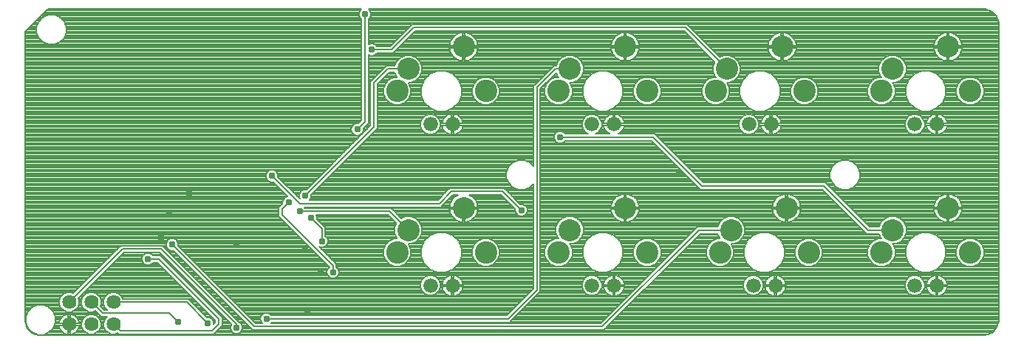
<source format=gbl>
G75*
%MOIN*%
%OFA0B0*%
%FSLAX25Y25*%
%IPPOS*%
%LPD*%
%AMOC8*
5,1,8,0,0,1.08239X$1,22.5*
%
%ADD10C,0.06400*%
%ADD11C,0.10000*%
%ADD12C,0.10124*%
%ADD13C,0.06600*%
%ADD14C,0.03100*%
%ADD15C,0.00800*%
D10*
X0036472Y0009500D03*
X0046472Y0009500D03*
X0056472Y0009500D03*
X0056472Y0019500D03*
X0046472Y0019500D03*
X0036472Y0019500D03*
D11*
X0189449Y0051996D03*
X0214449Y0061996D03*
X0262283Y0051996D03*
X0287283Y0061996D03*
X0335118Y0051996D03*
X0360118Y0061996D03*
X0407953Y0051996D03*
X0432953Y0061996D03*
X0407953Y0124831D03*
X0432953Y0134831D03*
X0358150Y0134831D03*
X0333150Y0124831D03*
X0287283Y0134831D03*
X0262283Y0124831D03*
X0214449Y0134831D03*
X0189449Y0124831D03*
D12*
X0184449Y0114831D03*
X0224449Y0114831D03*
X0257283Y0114831D03*
X0297283Y0114831D03*
X0328150Y0114831D03*
X0368150Y0114831D03*
X0402953Y0114831D03*
X0442953Y0114831D03*
X0442953Y0041996D03*
X0402953Y0041996D03*
X0370118Y0041996D03*
X0330118Y0041996D03*
X0297283Y0041996D03*
X0257283Y0041996D03*
X0224449Y0041996D03*
X0184449Y0041996D03*
D13*
X0199449Y0026996D03*
X0209449Y0026996D03*
X0272283Y0026996D03*
X0282283Y0026996D03*
X0345118Y0026996D03*
X0355118Y0026996D03*
X0417953Y0026996D03*
X0427953Y0026996D03*
X0427953Y0099831D03*
X0417953Y0099831D03*
X0353150Y0099831D03*
X0343150Y0099831D03*
X0282283Y0099831D03*
X0272283Y0099831D03*
X0209449Y0099831D03*
X0199449Y0099831D03*
D14*
X0166472Y0097500D03*
X0127972Y0076500D03*
X0142972Y0067500D03*
X0135472Y0064500D03*
X0140472Y0060500D03*
X0145472Y0057500D03*
X0150472Y0047000D03*
X0142972Y0043500D03*
X0149972Y0033000D03*
X0155472Y0033000D03*
X0111972Y0045500D03*
X0082972Y0045500D03*
X0077972Y0048500D03*
X0071972Y0039000D03*
X0081472Y0059500D03*
X0090472Y0068500D03*
X0240472Y0061000D03*
X0311472Y0077500D03*
X0257972Y0094000D03*
X0172972Y0133500D03*
X0169972Y0149500D03*
X0143972Y0016000D03*
X0125472Y0012000D03*
X0111972Y0008000D03*
X0098972Y0010000D03*
X0085472Y0010500D03*
D15*
X0017734Y0007500D02*
X0016793Y0009771D01*
X0016672Y0011000D01*
X0016672Y0141503D01*
X0026969Y0151800D01*
X0168383Y0151800D01*
X0167641Y0151058D01*
X0167222Y0150047D01*
X0167222Y0148953D01*
X0167641Y0147942D01*
X0168372Y0147211D01*
X0168372Y0101663D01*
X0166960Y0100250D01*
X0165925Y0100250D01*
X0164915Y0099831D01*
X0164141Y0099058D01*
X0163722Y0098047D01*
X0163722Y0096953D01*
X0164141Y0095942D01*
X0164915Y0095169D01*
X0165925Y0094750D01*
X0167019Y0094750D01*
X0168030Y0095169D01*
X0168804Y0095942D01*
X0169222Y0096953D01*
X0169222Y0097987D01*
X0170635Y0099400D01*
X0171572Y0100337D01*
X0171572Y0131103D01*
X0172425Y0130750D01*
X0173519Y0130750D01*
X0174530Y0131169D01*
X0175262Y0131900D01*
X0182635Y0131900D01*
X0183572Y0132837D01*
X0192635Y0141900D01*
X0313818Y0141900D01*
X0327742Y0127976D01*
X0326950Y0126064D01*
X0326950Y0123597D01*
X0327894Y0121319D01*
X0328119Y0121093D01*
X0326904Y0121093D01*
X0324602Y0120140D01*
X0322841Y0118378D01*
X0321887Y0116076D01*
X0321887Y0113585D01*
X0322841Y0111283D01*
X0324602Y0109522D01*
X0326904Y0108569D01*
X0329395Y0108569D01*
X0331697Y0109522D01*
X0333458Y0111283D01*
X0334412Y0113585D01*
X0334412Y0116076D01*
X0333458Y0118378D01*
X0333206Y0118631D01*
X0334383Y0118631D01*
X0336662Y0119575D01*
X0338406Y0121319D01*
X0339350Y0123597D01*
X0339350Y0126064D01*
X0338406Y0128343D01*
X0336662Y0130087D01*
X0334383Y0131031D01*
X0331916Y0131031D01*
X0330004Y0130239D01*
X0316080Y0144163D01*
X0315143Y0145100D01*
X0191310Y0145100D01*
X0181310Y0135100D01*
X0175262Y0135100D01*
X0174530Y0135831D01*
X0173519Y0136250D01*
X0172425Y0136250D01*
X0171572Y0135897D01*
X0171572Y0147211D01*
X0172304Y0147942D01*
X0172722Y0148953D01*
X0172722Y0150047D01*
X0172304Y0151058D01*
X0171561Y0151800D01*
X0449472Y0151800D01*
X0450702Y0151679D01*
X0452973Y0150738D01*
X0454711Y0149000D01*
X0455651Y0146729D01*
X0455772Y0145500D01*
X0455772Y0011000D01*
X0455651Y0009771D01*
X0454711Y0007500D01*
X0452973Y0005762D01*
X0450702Y0004821D01*
X0449472Y0004700D01*
X0022972Y0004700D01*
X0022397Y0004757D01*
X0024851Y0004757D01*
X0027318Y0005779D01*
X0029206Y0007667D01*
X0030228Y0010133D01*
X0030228Y0012804D01*
X0029206Y0015270D01*
X0027318Y0017158D01*
X0024851Y0018180D01*
X0022181Y0018180D01*
X0019714Y0017158D01*
X0017826Y0015270D01*
X0016804Y0012804D01*
X0016804Y0010133D01*
X0017826Y0007667D01*
X0019714Y0005779D01*
X0022113Y0004785D01*
X0021743Y0004821D01*
X0019472Y0005762D01*
X0017734Y0007500D01*
X0017742Y0007493D02*
X0018000Y0007493D01*
X0017567Y0008291D02*
X0017406Y0008291D01*
X0017236Y0009090D02*
X0017076Y0009090D01*
X0016906Y0009888D02*
X0016782Y0009888D01*
X0016804Y0010687D02*
X0016703Y0010687D01*
X0016672Y0011485D02*
X0016804Y0011485D01*
X0016804Y0012284D02*
X0016672Y0012284D01*
X0016672Y0013082D02*
X0016919Y0013082D01*
X0016672Y0013881D02*
X0017250Y0013881D01*
X0017581Y0014679D02*
X0016672Y0014679D01*
X0016672Y0015478D02*
X0018033Y0015478D01*
X0018831Y0016276D02*
X0016672Y0016276D01*
X0016672Y0017075D02*
X0019630Y0017075D01*
X0021439Y0017873D02*
X0016672Y0017873D01*
X0016672Y0018672D02*
X0032072Y0018672D01*
X0032072Y0018625D02*
X0032742Y0017008D01*
X0033980Y0015770D01*
X0035597Y0015100D01*
X0037348Y0015100D01*
X0038965Y0015770D01*
X0040203Y0017008D01*
X0040872Y0018625D01*
X0040872Y0020375D01*
X0040503Y0021268D01*
X0061135Y0041900D01*
X0077310Y0041900D01*
X0109647Y0009563D01*
X0109641Y0009558D01*
X0109222Y0008547D01*
X0109222Y0007453D01*
X0109641Y0006442D01*
X0110415Y0005669D01*
X0111425Y0005250D01*
X0112519Y0005250D01*
X0113530Y0005669D01*
X0114304Y0006442D01*
X0114722Y0007453D01*
X0114722Y0008547D01*
X0114304Y0009558D01*
X0113530Y0010331D01*
X0113314Y0010421D01*
X0112635Y0011100D01*
X0078635Y0045100D01*
X0059810Y0045100D01*
X0058872Y0044163D01*
X0038240Y0023530D01*
X0037348Y0023900D01*
X0035597Y0023900D01*
X0033980Y0023230D01*
X0032742Y0021992D01*
X0032072Y0020375D01*
X0032072Y0018625D01*
X0032384Y0017873D02*
X0025592Y0017873D01*
X0027401Y0017075D02*
X0032714Y0017075D01*
X0033474Y0016276D02*
X0028200Y0016276D01*
X0028998Y0015478D02*
X0034685Y0015478D01*
X0035395Y0013987D02*
X0034707Y0013763D01*
X0034062Y0013434D01*
X0033476Y0013009D01*
X0032964Y0012497D01*
X0032538Y0011911D01*
X0032209Y0011266D01*
X0031986Y0010577D01*
X0031878Y0009900D01*
X0036072Y0009900D01*
X0036072Y0009100D01*
X0031878Y0009100D01*
X0031986Y0008423D01*
X0032209Y0007734D01*
X0032538Y0007089D01*
X0032964Y0006503D01*
X0033476Y0005991D01*
X0034062Y0005566D01*
X0034707Y0005237D01*
X0035395Y0005013D01*
X0036072Y0004906D01*
X0036072Y0009100D01*
X0036872Y0009100D01*
X0036872Y0004906D01*
X0037550Y0005013D01*
X0038238Y0005237D01*
X0038883Y0005566D01*
X0039469Y0005991D01*
X0039981Y0006503D01*
X0040407Y0007089D01*
X0040735Y0007734D01*
X0040959Y0008423D01*
X0041066Y0009100D01*
X0036872Y0009100D01*
X0036872Y0009900D01*
X0036072Y0009900D01*
X0036072Y0014094D01*
X0035395Y0013987D01*
X0035069Y0013881D02*
X0029781Y0013881D01*
X0029451Y0014679D02*
X0049031Y0014679D01*
X0048240Y0015470D02*
X0047348Y0015100D01*
X0045597Y0015100D01*
X0043980Y0015770D01*
X0042742Y0017008D01*
X0042072Y0018625D01*
X0042072Y0020375D01*
X0042742Y0021992D01*
X0043980Y0023230D01*
X0045597Y0023900D01*
X0047348Y0023900D01*
X0048965Y0023230D01*
X0050203Y0021992D01*
X0050872Y0020375D01*
X0050872Y0018625D01*
X0050503Y0017732D01*
X0052135Y0016100D01*
X0053650Y0016100D01*
X0052742Y0017008D01*
X0052072Y0018625D01*
X0052072Y0020375D01*
X0052742Y0021992D01*
X0053980Y0023230D01*
X0055597Y0023900D01*
X0057348Y0023900D01*
X0058965Y0023230D01*
X0060203Y0021992D01*
X0060572Y0021100D01*
X0090135Y0021100D01*
X0091072Y0020163D01*
X0098485Y0012750D01*
X0099519Y0012750D01*
X0100530Y0012331D01*
X0101304Y0011558D01*
X0101722Y0010547D01*
X0101722Y0009513D01*
X0102372Y0010163D01*
X0102372Y0011337D01*
X0076310Y0037400D01*
X0074262Y0037400D01*
X0073530Y0036669D01*
X0072519Y0036250D01*
X0071425Y0036250D01*
X0070415Y0036669D01*
X0069641Y0037442D01*
X0069222Y0038453D01*
X0069222Y0039547D01*
X0069641Y0040558D01*
X0070415Y0041331D01*
X0071425Y0041750D01*
X0072519Y0041750D01*
X0073530Y0041331D01*
X0074262Y0040600D01*
X0077635Y0040600D01*
X0078572Y0039663D01*
X0105572Y0012663D01*
X0105572Y0008837D01*
X0104635Y0007900D01*
X0101635Y0004900D01*
X0058810Y0004900D01*
X0058240Y0005470D01*
X0057348Y0005100D01*
X0055597Y0005100D01*
X0053980Y0005770D01*
X0052742Y0007008D01*
X0052072Y0008625D01*
X0052072Y0010375D01*
X0052742Y0011992D01*
X0053650Y0012900D01*
X0050810Y0012900D01*
X0048240Y0015470D01*
X0051160Y0017075D02*
X0052714Y0017075D01*
X0052384Y0017873D02*
X0050561Y0017873D01*
X0050872Y0018672D02*
X0052072Y0018672D01*
X0052072Y0019470D02*
X0050872Y0019470D01*
X0050872Y0020269D02*
X0052072Y0020269D01*
X0052359Y0021067D02*
X0050586Y0021067D01*
X0050255Y0021866D02*
X0052690Y0021866D01*
X0053414Y0022664D02*
X0049531Y0022664D01*
X0048403Y0023463D02*
X0054542Y0023463D01*
X0058403Y0023463D02*
X0090247Y0023463D01*
X0089448Y0024261D02*
X0043496Y0024261D01*
X0042698Y0023463D02*
X0044542Y0023463D01*
X0043414Y0022664D02*
X0041899Y0022664D01*
X0042690Y0021866D02*
X0041101Y0021866D01*
X0040586Y0021067D02*
X0042359Y0021067D01*
X0042072Y0020269D02*
X0040872Y0020269D01*
X0040872Y0019470D02*
X0042072Y0019470D01*
X0042072Y0018672D02*
X0040872Y0018672D01*
X0040561Y0017873D02*
X0042384Y0017873D01*
X0042714Y0017075D02*
X0040230Y0017075D01*
X0039471Y0016276D02*
X0043474Y0016276D01*
X0044685Y0015478D02*
X0038259Y0015478D01*
X0037550Y0013987D02*
X0036872Y0014094D01*
X0036872Y0009900D01*
X0041066Y0009900D01*
X0040959Y0010577D01*
X0040735Y0011266D01*
X0040407Y0011911D01*
X0039981Y0012497D01*
X0039469Y0013009D01*
X0038883Y0013434D01*
X0038238Y0013763D01*
X0037550Y0013987D01*
X0037876Y0013881D02*
X0045551Y0013881D01*
X0045597Y0013900D02*
X0043980Y0013230D01*
X0042742Y0011992D01*
X0042072Y0010375D01*
X0042072Y0008625D01*
X0042742Y0007008D01*
X0043980Y0005770D01*
X0045597Y0005100D01*
X0047348Y0005100D01*
X0048965Y0005770D01*
X0050203Y0007008D01*
X0050872Y0008625D01*
X0050872Y0010375D01*
X0050203Y0011992D01*
X0048965Y0013230D01*
X0047348Y0013900D01*
X0045597Y0013900D01*
X0047394Y0013881D02*
X0049829Y0013881D01*
X0049113Y0013082D02*
X0050628Y0013082D01*
X0049911Y0012284D02*
X0053034Y0012284D01*
X0052532Y0011485D02*
X0050413Y0011485D01*
X0050743Y0010687D02*
X0052201Y0010687D01*
X0052072Y0009888D02*
X0050872Y0009888D01*
X0050872Y0009090D02*
X0052072Y0009090D01*
X0052211Y0008291D02*
X0050734Y0008291D01*
X0050403Y0007493D02*
X0052541Y0007493D01*
X0053056Y0006694D02*
X0049889Y0006694D01*
X0049091Y0005896D02*
X0053854Y0005896D01*
X0056472Y0009500D02*
X0059472Y0006500D01*
X0100972Y0006500D01*
X0103972Y0009500D01*
X0103972Y0012000D01*
X0076972Y0039000D01*
X0071972Y0039000D01*
X0069478Y0037836D02*
X0057071Y0037836D01*
X0056273Y0037037D02*
X0070046Y0037037D01*
X0069222Y0038634D02*
X0057870Y0038634D01*
X0058668Y0039433D02*
X0069222Y0039433D01*
X0069506Y0040232D02*
X0059467Y0040232D01*
X0060265Y0041030D02*
X0070113Y0041030D01*
X0073831Y0041030D02*
X0078180Y0041030D01*
X0078004Y0040232D02*
X0078978Y0040232D01*
X0078802Y0039433D02*
X0079777Y0039433D01*
X0079601Y0038634D02*
X0080575Y0038634D01*
X0080399Y0037836D02*
X0081374Y0037836D01*
X0081198Y0037037D02*
X0082172Y0037037D01*
X0081996Y0036239D02*
X0082971Y0036239D01*
X0082795Y0035440D02*
X0083769Y0035440D01*
X0083593Y0034642D02*
X0084568Y0034642D01*
X0084392Y0033843D02*
X0085366Y0033843D01*
X0085190Y0033045D02*
X0086165Y0033045D01*
X0085989Y0032246D02*
X0086963Y0032246D01*
X0086787Y0031448D02*
X0087762Y0031448D01*
X0087586Y0030649D02*
X0088560Y0030649D01*
X0088384Y0029851D02*
X0089359Y0029851D01*
X0089183Y0029052D02*
X0090157Y0029052D01*
X0089981Y0028254D02*
X0090956Y0028254D01*
X0090780Y0027455D02*
X0091754Y0027455D01*
X0091578Y0026657D02*
X0092553Y0026657D01*
X0092377Y0025858D02*
X0093351Y0025858D01*
X0093175Y0025060D02*
X0094150Y0025060D01*
X0093974Y0024261D02*
X0094948Y0024261D01*
X0094772Y0023463D02*
X0095747Y0023463D01*
X0095571Y0022664D02*
X0096545Y0022664D01*
X0096369Y0021866D02*
X0097344Y0021866D01*
X0097168Y0021067D02*
X0098142Y0021067D01*
X0097966Y0020269D02*
X0098941Y0020269D01*
X0098765Y0019470D02*
X0099739Y0019470D01*
X0099563Y0018672D02*
X0100538Y0018672D01*
X0100362Y0017873D02*
X0101336Y0017873D01*
X0101160Y0017075D02*
X0102135Y0017075D01*
X0101959Y0016276D02*
X0102934Y0016276D01*
X0102757Y0015478D02*
X0103732Y0015478D01*
X0103556Y0014679D02*
X0104531Y0014679D01*
X0104355Y0013881D02*
X0105329Y0013881D01*
X0105153Y0013082D02*
X0106128Y0013082D01*
X0105572Y0012284D02*
X0106926Y0012284D01*
X0107725Y0011485D02*
X0105572Y0011485D01*
X0105572Y0010687D02*
X0108523Y0010687D01*
X0109322Y0009888D02*
X0105572Y0009888D01*
X0105572Y0009090D02*
X0109447Y0009090D01*
X0109222Y0008291D02*
X0105026Y0008291D01*
X0104228Y0007493D02*
X0109222Y0007493D01*
X0109537Y0006694D02*
X0103429Y0006694D01*
X0102631Y0005896D02*
X0110188Y0005896D01*
X0113757Y0005896D02*
X0453106Y0005896D01*
X0453905Y0006694D02*
X0114408Y0006694D01*
X0114722Y0007493D02*
X0118717Y0007493D01*
X0119310Y0006900D02*
X0277635Y0006900D01*
X0278572Y0007837D01*
X0321131Y0050396D01*
X0329070Y0050396D01*
X0329862Y0048484D01*
X0330088Y0048258D01*
X0328872Y0048258D01*
X0326571Y0047305D01*
X0324809Y0045543D01*
X0323856Y0043242D01*
X0323856Y0040750D01*
X0324809Y0038449D01*
X0326571Y0036687D01*
X0328872Y0035734D01*
X0331364Y0035734D01*
X0333665Y0036687D01*
X0335427Y0038449D01*
X0336380Y0040750D01*
X0336380Y0043242D01*
X0335427Y0045543D01*
X0335174Y0045796D01*
X0336351Y0045796D01*
X0338630Y0046740D01*
X0340374Y0048484D01*
X0341318Y0050763D01*
X0341318Y0053229D01*
X0340374Y0055508D01*
X0338630Y0057252D01*
X0336351Y0058196D01*
X0333885Y0058196D01*
X0331606Y0057252D01*
X0329862Y0055508D01*
X0329070Y0053596D01*
X0321139Y0053596D01*
X0321135Y0053600D01*
X0319810Y0053600D01*
X0276310Y0010100D01*
X0127461Y0010100D01*
X0127762Y0010400D01*
X0235135Y0010400D01*
X0236072Y0011337D01*
X0249072Y0024337D01*
X0249072Y0115837D01*
X0256303Y0123068D01*
X0257027Y0121319D01*
X0257253Y0121093D01*
X0256038Y0121093D01*
X0253736Y0120140D01*
X0251975Y0118378D01*
X0251021Y0116076D01*
X0251021Y0113585D01*
X0251975Y0111283D01*
X0253736Y0109522D01*
X0256038Y0108569D01*
X0258529Y0108569D01*
X0260831Y0109522D01*
X0262592Y0111283D01*
X0263546Y0113585D01*
X0263546Y0116076D01*
X0262592Y0118378D01*
X0262340Y0118631D01*
X0263517Y0118631D01*
X0265795Y0119575D01*
X0267540Y0121319D01*
X0268483Y0123597D01*
X0268483Y0126064D01*
X0267540Y0128343D01*
X0265795Y0130087D01*
X0263517Y0131031D01*
X0261050Y0131031D01*
X0258771Y0130087D01*
X0257027Y0128343D01*
X0256235Y0126431D01*
X0255140Y0126431D01*
X0246810Y0118100D01*
X0245872Y0117163D01*
X0245872Y0081092D01*
X0244274Y0082690D01*
X0241808Y0083712D01*
X0239137Y0083712D01*
X0236670Y0082690D01*
X0234782Y0080802D01*
X0233761Y0078335D01*
X0233761Y0075665D01*
X0234782Y0073198D01*
X0236670Y0071310D01*
X0239137Y0070288D01*
X0241808Y0070288D01*
X0244274Y0071310D01*
X0245872Y0072908D01*
X0245872Y0025663D01*
X0233810Y0013600D01*
X0127762Y0013600D01*
X0127030Y0014331D01*
X0126019Y0014750D01*
X0124925Y0014750D01*
X0123915Y0014331D01*
X0123141Y0013558D01*
X0122722Y0012547D01*
X0122722Y0011453D01*
X0123141Y0010442D01*
X0123483Y0010100D01*
X0120635Y0010100D01*
X0085722Y0045013D01*
X0085722Y0046047D01*
X0085304Y0047058D01*
X0084530Y0047831D01*
X0083519Y0048250D01*
X0082425Y0048250D01*
X0081415Y0047831D01*
X0080641Y0047058D01*
X0080222Y0046047D01*
X0080222Y0044953D01*
X0080641Y0043942D01*
X0081415Y0043169D01*
X0082425Y0042750D01*
X0083460Y0042750D01*
X0119310Y0006900D01*
X0119972Y0008500D02*
X0082972Y0045500D01*
X0081001Y0047418D02*
X0016672Y0047418D01*
X0016672Y0046620D02*
X0080460Y0046620D01*
X0080222Y0045821D02*
X0016672Y0045821D01*
X0016672Y0045023D02*
X0059732Y0045023D01*
X0058934Y0044224D02*
X0016672Y0044224D01*
X0016672Y0043426D02*
X0058135Y0043426D01*
X0057337Y0042627D02*
X0016672Y0042627D01*
X0016672Y0041829D02*
X0056538Y0041829D01*
X0055740Y0041030D02*
X0016672Y0041030D01*
X0016672Y0040232D02*
X0054941Y0040232D01*
X0054143Y0039433D02*
X0016672Y0039433D01*
X0016672Y0038634D02*
X0053344Y0038634D01*
X0052546Y0037836D02*
X0016672Y0037836D01*
X0016672Y0037037D02*
X0051747Y0037037D01*
X0050949Y0036239D02*
X0016672Y0036239D01*
X0016672Y0035440D02*
X0050150Y0035440D01*
X0049352Y0034642D02*
X0016672Y0034642D01*
X0016672Y0033843D02*
X0048553Y0033843D01*
X0047755Y0033045D02*
X0016672Y0033045D01*
X0016672Y0032246D02*
X0046956Y0032246D01*
X0046158Y0031448D02*
X0016672Y0031448D01*
X0016672Y0030649D02*
X0045359Y0030649D01*
X0044561Y0029851D02*
X0016672Y0029851D01*
X0016672Y0029052D02*
X0043762Y0029052D01*
X0042964Y0028254D02*
X0016672Y0028254D01*
X0016672Y0027455D02*
X0042165Y0027455D01*
X0041367Y0026657D02*
X0016672Y0026657D01*
X0016672Y0025858D02*
X0040568Y0025858D01*
X0039770Y0025060D02*
X0016672Y0025060D01*
X0016672Y0024261D02*
X0038971Y0024261D01*
X0034542Y0023463D02*
X0016672Y0023463D01*
X0016672Y0022664D02*
X0033414Y0022664D01*
X0032690Y0021866D02*
X0016672Y0021866D01*
X0016672Y0021067D02*
X0032359Y0021067D01*
X0032072Y0020269D02*
X0016672Y0020269D01*
X0016672Y0019470D02*
X0032072Y0019470D01*
X0036472Y0019500D02*
X0060472Y0043500D01*
X0077972Y0043500D01*
X0111972Y0009500D01*
X0111972Y0008000D01*
X0114498Y0009090D02*
X0117120Y0009090D01*
X0116322Y0009888D02*
X0113973Y0009888D01*
X0113049Y0010687D02*
X0115523Y0010687D01*
X0114725Y0011485D02*
X0112250Y0011485D01*
X0111452Y0012284D02*
X0113926Y0012284D01*
X0113128Y0013082D02*
X0110653Y0013082D01*
X0109855Y0013881D02*
X0112329Y0013881D01*
X0111531Y0014679D02*
X0109056Y0014679D01*
X0108257Y0015478D02*
X0110732Y0015478D01*
X0109934Y0016276D02*
X0107459Y0016276D01*
X0106660Y0017075D02*
X0109135Y0017075D01*
X0108336Y0017873D02*
X0105862Y0017873D01*
X0105063Y0018672D02*
X0107538Y0018672D01*
X0106739Y0019470D02*
X0104265Y0019470D01*
X0103466Y0020269D02*
X0105941Y0020269D01*
X0105142Y0021067D02*
X0102668Y0021067D01*
X0101869Y0021866D02*
X0104344Y0021866D01*
X0103545Y0022664D02*
X0101071Y0022664D01*
X0100272Y0023463D02*
X0102747Y0023463D01*
X0101948Y0024261D02*
X0099474Y0024261D01*
X0098675Y0025060D02*
X0101150Y0025060D01*
X0100351Y0025858D02*
X0097877Y0025858D01*
X0097078Y0026657D02*
X0099553Y0026657D01*
X0098754Y0027455D02*
X0096280Y0027455D01*
X0095481Y0028254D02*
X0097956Y0028254D01*
X0097157Y0029052D02*
X0094683Y0029052D01*
X0093884Y0029851D02*
X0096359Y0029851D01*
X0095560Y0030649D02*
X0093086Y0030649D01*
X0092287Y0031448D02*
X0094762Y0031448D01*
X0093963Y0032246D02*
X0091489Y0032246D01*
X0090690Y0033045D02*
X0093165Y0033045D01*
X0092366Y0033843D02*
X0089892Y0033843D01*
X0089093Y0034642D02*
X0091568Y0034642D01*
X0090769Y0035440D02*
X0088295Y0035440D01*
X0087496Y0036239D02*
X0089971Y0036239D01*
X0089172Y0037037D02*
X0086698Y0037037D01*
X0085899Y0037836D02*
X0088374Y0037836D01*
X0087575Y0038634D02*
X0085101Y0038634D01*
X0084302Y0039433D02*
X0086777Y0039433D01*
X0085978Y0040232D02*
X0083504Y0040232D01*
X0082705Y0041030D02*
X0085180Y0041030D01*
X0084381Y0041829D02*
X0081907Y0041829D01*
X0081108Y0042627D02*
X0083583Y0042627D01*
X0081158Y0043426D02*
X0080310Y0043426D01*
X0080524Y0044224D02*
X0079511Y0044224D01*
X0080222Y0045023D02*
X0078713Y0045023D01*
X0084943Y0047418D02*
X0141792Y0047418D01*
X0142590Y0046620D02*
X0085485Y0046620D01*
X0085722Y0045821D02*
X0143389Y0045821D01*
X0144187Y0045023D02*
X0085722Y0045023D01*
X0086511Y0044224D02*
X0144986Y0044224D01*
X0145784Y0043426D02*
X0087310Y0043426D01*
X0088108Y0042627D02*
X0146583Y0042627D01*
X0147381Y0041829D02*
X0088907Y0041829D01*
X0089705Y0041030D02*
X0148180Y0041030D01*
X0148978Y0040232D02*
X0090504Y0040232D01*
X0091302Y0039433D02*
X0149777Y0039433D01*
X0150575Y0038634D02*
X0092101Y0038634D01*
X0092899Y0037836D02*
X0151374Y0037836D01*
X0152172Y0037037D02*
X0093698Y0037037D01*
X0094496Y0036239D02*
X0152971Y0036239D01*
X0153769Y0035440D02*
X0095295Y0035440D01*
X0096093Y0034642D02*
X0153225Y0034642D01*
X0153141Y0034558D02*
X0152722Y0033547D01*
X0152722Y0032453D01*
X0153141Y0031442D01*
X0153915Y0030669D01*
X0154925Y0030250D01*
X0156019Y0030250D01*
X0157030Y0030669D01*
X0157804Y0031442D01*
X0158222Y0032453D01*
X0158222Y0033547D01*
X0157804Y0034558D01*
X0157072Y0035289D01*
X0157072Y0036663D01*
X0156135Y0037600D01*
X0149174Y0044561D01*
X0149925Y0044250D01*
X0151019Y0044250D01*
X0152030Y0044669D01*
X0152804Y0045442D01*
X0153222Y0046453D01*
X0153222Y0047547D01*
X0152804Y0048558D01*
X0152072Y0049289D01*
X0152072Y0053163D01*
X0151135Y0054100D01*
X0148222Y0057013D01*
X0148222Y0058047D01*
X0147869Y0058900D01*
X0180282Y0058900D01*
X0184041Y0055141D01*
X0183249Y0053229D01*
X0183249Y0050763D01*
X0184193Y0048484D01*
X0184419Y0048258D01*
X0183203Y0048258D01*
X0180902Y0047305D01*
X0179140Y0045543D01*
X0178187Y0043242D01*
X0178187Y0040750D01*
X0179140Y0038449D01*
X0180902Y0036687D01*
X0183203Y0035734D01*
X0185694Y0035734D01*
X0187996Y0036687D01*
X0189758Y0038449D01*
X0190711Y0040750D01*
X0190711Y0043242D01*
X0189758Y0045543D01*
X0189505Y0045796D01*
X0190682Y0045796D01*
X0192961Y0046740D01*
X0194705Y0048484D01*
X0195649Y0050763D01*
X0195649Y0053229D01*
X0194705Y0055508D01*
X0192961Y0057252D01*
X0190682Y0058196D01*
X0188216Y0058196D01*
X0186304Y0057404D01*
X0182545Y0061163D01*
X0181608Y0062100D01*
X0142762Y0062100D01*
X0142461Y0062400D01*
X0204135Y0062400D01*
X0205072Y0063337D01*
X0209635Y0067900D01*
X0211978Y0067900D01*
X0211612Y0067748D01*
X0210886Y0067329D01*
X0210220Y0066818D01*
X0209627Y0066225D01*
X0209116Y0065559D01*
X0208697Y0064833D01*
X0208375Y0064058D01*
X0208158Y0063247D01*
X0208049Y0062416D01*
X0208049Y0062396D01*
X0214049Y0062396D01*
X0214049Y0061596D01*
X0214849Y0061596D01*
X0214849Y0062396D01*
X0220849Y0062396D01*
X0220849Y0062416D01*
X0220739Y0063247D01*
X0220522Y0064058D01*
X0220201Y0064833D01*
X0219782Y0065559D01*
X0219271Y0066225D01*
X0218678Y0066818D01*
X0218012Y0067329D01*
X0217286Y0067748D01*
X0216919Y0067900D01*
X0231310Y0067900D01*
X0237722Y0061487D01*
X0237722Y0060453D01*
X0238141Y0059442D01*
X0238915Y0058669D01*
X0239925Y0058250D01*
X0241019Y0058250D01*
X0242030Y0058669D01*
X0242804Y0059442D01*
X0243222Y0060453D01*
X0243222Y0061547D01*
X0242804Y0062558D01*
X0242030Y0063331D01*
X0241019Y0063750D01*
X0239985Y0063750D01*
X0233572Y0070163D01*
X0232635Y0071100D01*
X0208310Y0071100D01*
X0207372Y0070163D01*
X0202810Y0065600D01*
X0144961Y0065600D01*
X0145304Y0065942D01*
X0145722Y0066953D01*
X0145722Y0067987D01*
X0175572Y0097837D01*
X0175572Y0117837D01*
X0180966Y0123231D01*
X0183401Y0123231D01*
X0184193Y0121319D01*
X0184419Y0121093D01*
X0183203Y0121093D01*
X0180902Y0120140D01*
X0179140Y0118378D01*
X0178187Y0116076D01*
X0178187Y0113585D01*
X0179140Y0111283D01*
X0180902Y0109522D01*
X0183203Y0108569D01*
X0185694Y0108569D01*
X0187996Y0109522D01*
X0189758Y0111283D01*
X0190711Y0113585D01*
X0190711Y0116076D01*
X0189758Y0118378D01*
X0189505Y0118631D01*
X0190682Y0118631D01*
X0192961Y0119575D01*
X0194705Y0121319D01*
X0195649Y0123597D01*
X0195649Y0126064D01*
X0194705Y0128343D01*
X0192961Y0130087D01*
X0190682Y0131031D01*
X0188216Y0131031D01*
X0185937Y0130087D01*
X0184193Y0128343D01*
X0183401Y0126431D01*
X0179640Y0126431D01*
X0173310Y0120100D01*
X0172372Y0119163D01*
X0172372Y0099163D01*
X0143460Y0070250D01*
X0142425Y0070250D01*
X0141415Y0069831D01*
X0140641Y0069058D01*
X0140222Y0068047D01*
X0140222Y0066953D01*
X0140534Y0066201D01*
X0130722Y0076013D01*
X0130722Y0077047D01*
X0130304Y0078058D01*
X0129530Y0078831D01*
X0128519Y0079250D01*
X0127425Y0079250D01*
X0126415Y0078831D01*
X0125641Y0078058D01*
X0125222Y0077047D01*
X0125222Y0075953D01*
X0125641Y0074942D01*
X0126415Y0074169D01*
X0127425Y0073750D01*
X0128460Y0073750D01*
X0134960Y0067250D01*
X0134925Y0067250D01*
X0133915Y0066831D01*
X0133141Y0066058D01*
X0132722Y0065047D01*
X0132722Y0064013D01*
X0130872Y0062163D01*
X0130872Y0058337D01*
X0131810Y0057400D01*
X0153872Y0035337D01*
X0153872Y0035289D01*
X0153141Y0034558D01*
X0152845Y0033843D02*
X0096892Y0033843D01*
X0097690Y0033045D02*
X0152722Y0033045D01*
X0152808Y0032246D02*
X0098489Y0032246D01*
X0099287Y0031448D02*
X0153139Y0031448D01*
X0153961Y0030649D02*
X0100086Y0030649D01*
X0100884Y0029851D02*
X0195940Y0029851D01*
X0195634Y0029545D02*
X0194949Y0027891D01*
X0194949Y0026101D01*
X0195634Y0024447D01*
X0196900Y0023181D01*
X0198554Y0022496D01*
X0200344Y0022496D01*
X0201998Y0023181D01*
X0203264Y0024447D01*
X0203949Y0026101D01*
X0203949Y0027891D01*
X0203264Y0029545D01*
X0201998Y0030811D01*
X0200344Y0031496D01*
X0198554Y0031496D01*
X0196900Y0030811D01*
X0195634Y0029545D01*
X0195430Y0029052D02*
X0101683Y0029052D01*
X0102481Y0028254D02*
X0195099Y0028254D01*
X0194949Y0027455D02*
X0103280Y0027455D01*
X0104078Y0026657D02*
X0194949Y0026657D01*
X0195049Y0025858D02*
X0104877Y0025858D01*
X0105675Y0025060D02*
X0195380Y0025060D01*
X0195820Y0024261D02*
X0106474Y0024261D01*
X0107272Y0023463D02*
X0196618Y0023463D01*
X0198148Y0022664D02*
X0108071Y0022664D01*
X0108869Y0021866D02*
X0242075Y0021866D01*
X0241277Y0021067D02*
X0109668Y0021067D01*
X0110466Y0020269D02*
X0240478Y0020269D01*
X0239680Y0019470D02*
X0111265Y0019470D01*
X0112063Y0018672D02*
X0238881Y0018672D01*
X0238083Y0017873D02*
X0112862Y0017873D01*
X0113660Y0017075D02*
X0237284Y0017075D01*
X0236486Y0016276D02*
X0114459Y0016276D01*
X0115257Y0015478D02*
X0235687Y0015478D01*
X0234889Y0014679D02*
X0126190Y0014679D01*
X0124754Y0014679D02*
X0116056Y0014679D01*
X0116855Y0013881D02*
X0123464Y0013881D01*
X0122944Y0013082D02*
X0117653Y0013082D01*
X0118452Y0012284D02*
X0122722Y0012284D01*
X0122722Y0011485D02*
X0119250Y0011485D01*
X0120049Y0010687D02*
X0123040Y0010687D01*
X0125472Y0012000D02*
X0234472Y0012000D01*
X0247472Y0025000D01*
X0247472Y0116500D01*
X0255803Y0124831D01*
X0262283Y0124831D01*
X0256547Y0122478D02*
X0255713Y0122478D01*
X0254915Y0121680D02*
X0256878Y0121680D01*
X0255527Y0120881D02*
X0254116Y0120881D01*
X0253679Y0120083D02*
X0253318Y0120083D01*
X0252881Y0119284D02*
X0252519Y0119284D01*
X0252082Y0118486D02*
X0251721Y0118486D01*
X0251688Y0117687D02*
X0250922Y0117687D01*
X0251358Y0116889D02*
X0250124Y0116889D01*
X0249325Y0116090D02*
X0251027Y0116090D01*
X0251021Y0115292D02*
X0249072Y0115292D01*
X0249072Y0114493D02*
X0251021Y0114493D01*
X0251021Y0113695D02*
X0249072Y0113695D01*
X0249072Y0112896D02*
X0251307Y0112896D01*
X0251637Y0112098D02*
X0249072Y0112098D01*
X0249072Y0111299D02*
X0251968Y0111299D01*
X0252758Y0110501D02*
X0249072Y0110501D01*
X0249072Y0109702D02*
X0253556Y0109702D01*
X0255229Y0108903D02*
X0249072Y0108903D01*
X0249072Y0108105D02*
X0271175Y0108105D01*
X0270377Y0108903D02*
X0259338Y0108903D01*
X0261011Y0109702D02*
X0269585Y0109702D01*
X0269590Y0109690D02*
X0272143Y0107137D01*
X0275478Y0105756D01*
X0279089Y0105756D01*
X0282424Y0107137D01*
X0284977Y0109690D01*
X0286358Y0113026D01*
X0286358Y0116636D01*
X0284977Y0119971D01*
X0282424Y0122524D01*
X0279089Y0123905D01*
X0275478Y0123905D01*
X0272143Y0122524D01*
X0269590Y0119971D01*
X0268209Y0116636D01*
X0268209Y0113026D01*
X0269590Y0109690D01*
X0269255Y0110501D02*
X0261809Y0110501D01*
X0262599Y0111299D02*
X0268924Y0111299D01*
X0268593Y0112098D02*
X0262930Y0112098D01*
X0263260Y0112896D02*
X0268262Y0112896D01*
X0268209Y0113695D02*
X0263546Y0113695D01*
X0263546Y0114493D02*
X0268209Y0114493D01*
X0268209Y0115292D02*
X0263546Y0115292D01*
X0263540Y0116090D02*
X0268209Y0116090D01*
X0268313Y0116889D02*
X0263209Y0116889D01*
X0262878Y0117687D02*
X0268644Y0117687D01*
X0268975Y0118486D02*
X0262485Y0118486D01*
X0265094Y0119284D02*
X0269306Y0119284D01*
X0269702Y0120083D02*
X0266304Y0120083D01*
X0267102Y0120881D02*
X0270500Y0120881D01*
X0271299Y0121680D02*
X0267689Y0121680D01*
X0268020Y0122478D02*
X0272097Y0122478D01*
X0273960Y0123277D02*
X0268351Y0123277D01*
X0268483Y0124075D02*
X0326950Y0124075D01*
X0326950Y0124874D02*
X0268483Y0124874D01*
X0268483Y0125672D02*
X0326950Y0125672D01*
X0327118Y0126471D02*
X0268315Y0126471D01*
X0267984Y0127269D02*
X0327449Y0127269D01*
X0327650Y0128068D02*
X0267653Y0128068D01*
X0267016Y0128866D02*
X0284959Y0128866D01*
X0285222Y0128757D02*
X0286032Y0128540D01*
X0286864Y0128431D01*
X0286883Y0128431D01*
X0286883Y0134431D01*
X0280883Y0134431D01*
X0280883Y0134411D01*
X0280993Y0133579D01*
X0281210Y0132769D01*
X0281531Y0131994D01*
X0281951Y0131267D01*
X0282461Y0130602D01*
X0283055Y0130009D01*
X0283720Y0129498D01*
X0284447Y0129078D01*
X0285222Y0128757D01*
X0286883Y0128866D02*
X0287683Y0128866D01*
X0287683Y0128431D02*
X0287703Y0128431D01*
X0288535Y0128540D01*
X0289345Y0128757D01*
X0290120Y0129078D01*
X0290847Y0129498D01*
X0291512Y0130009D01*
X0292106Y0130602D01*
X0292616Y0131267D01*
X0293036Y0131994D01*
X0293357Y0132769D01*
X0293574Y0133579D01*
X0293683Y0134411D01*
X0293683Y0134431D01*
X0287684Y0134431D01*
X0287684Y0135231D01*
X0293683Y0135231D01*
X0293683Y0135250D01*
X0293574Y0136082D01*
X0293357Y0136892D01*
X0293036Y0137667D01*
X0292616Y0138394D01*
X0292106Y0139060D01*
X0291512Y0139653D01*
X0290847Y0140164D01*
X0290120Y0140583D01*
X0289345Y0140904D01*
X0288535Y0141121D01*
X0287703Y0141231D01*
X0287683Y0141231D01*
X0287683Y0135231D01*
X0286883Y0135231D01*
X0286883Y0134431D01*
X0287683Y0134431D01*
X0287683Y0128431D01*
X0287683Y0129665D02*
X0286883Y0129665D01*
X0286883Y0130463D02*
X0287683Y0130463D01*
X0287683Y0131262D02*
X0286883Y0131262D01*
X0286883Y0132060D02*
X0287683Y0132060D01*
X0287683Y0132859D02*
X0286883Y0132859D01*
X0286883Y0133657D02*
X0287683Y0133657D01*
X0287684Y0134456D02*
X0321262Y0134456D01*
X0322060Y0133657D02*
X0293584Y0133657D01*
X0293381Y0132859D02*
X0322859Y0132859D01*
X0323657Y0132060D02*
X0293063Y0132060D01*
X0292612Y0131262D02*
X0324456Y0131262D01*
X0325254Y0130463D02*
X0291967Y0130463D01*
X0291064Y0129665D02*
X0326053Y0129665D01*
X0326851Y0128866D02*
X0289608Y0128866D01*
X0283503Y0129665D02*
X0266217Y0129665D01*
X0264887Y0130463D02*
X0282600Y0130463D01*
X0281955Y0131262D02*
X0219777Y0131262D01*
X0219782Y0131267D02*
X0220201Y0131994D01*
X0220522Y0132769D01*
X0220739Y0133579D01*
X0220849Y0134411D01*
X0220849Y0134431D01*
X0214849Y0134431D01*
X0214849Y0135231D01*
X0214049Y0135231D01*
X0214049Y0141231D01*
X0214029Y0141231D01*
X0213198Y0141121D01*
X0212387Y0140904D01*
X0211612Y0140583D01*
X0210886Y0140164D01*
X0210220Y0139653D01*
X0209627Y0139060D01*
X0209116Y0138394D01*
X0208697Y0137667D01*
X0208375Y0136892D01*
X0208158Y0136082D01*
X0208049Y0135250D01*
X0208049Y0135231D01*
X0214049Y0135231D01*
X0214049Y0134431D01*
X0208049Y0134431D01*
X0208049Y0134411D01*
X0208158Y0133579D01*
X0208375Y0132769D01*
X0208697Y0131994D01*
X0209116Y0131267D01*
X0209627Y0130602D01*
X0210220Y0130009D01*
X0210886Y0129498D01*
X0211612Y0129078D01*
X0212387Y0128757D01*
X0213198Y0128540D01*
X0214029Y0128431D01*
X0214049Y0128431D01*
X0214049Y0134431D01*
X0214849Y0134431D01*
X0214849Y0128431D01*
X0214868Y0128431D01*
X0215700Y0128540D01*
X0216510Y0128757D01*
X0217286Y0129078D01*
X0218012Y0129498D01*
X0218678Y0130009D01*
X0219271Y0130602D01*
X0219782Y0131267D01*
X0220229Y0132060D02*
X0281504Y0132060D01*
X0281186Y0132859D02*
X0220546Y0132859D01*
X0220750Y0133657D02*
X0280983Y0133657D01*
X0280883Y0135231D02*
X0286883Y0135231D01*
X0286883Y0141231D01*
X0286864Y0141231D01*
X0286032Y0141121D01*
X0285222Y0140904D01*
X0284447Y0140583D01*
X0283720Y0140164D01*
X0283055Y0139653D01*
X0282461Y0139060D01*
X0281951Y0138394D01*
X0281531Y0137667D01*
X0281210Y0136892D01*
X0280993Y0136082D01*
X0280883Y0135250D01*
X0280883Y0135231D01*
X0280884Y0135254D02*
X0220848Y0135254D01*
X0220849Y0135250D02*
X0220739Y0136082D01*
X0220522Y0136892D01*
X0220201Y0137667D01*
X0219782Y0138394D01*
X0219271Y0139060D01*
X0218678Y0139653D01*
X0218012Y0140164D01*
X0217286Y0140583D01*
X0216510Y0140904D01*
X0215700Y0141121D01*
X0214868Y0141231D01*
X0214849Y0141231D01*
X0214849Y0135231D01*
X0220849Y0135231D01*
X0220849Y0135250D01*
X0220743Y0136053D02*
X0280989Y0136053D01*
X0281199Y0136851D02*
X0220533Y0136851D01*
X0220208Y0137650D02*
X0281524Y0137650D01*
X0281992Y0138448D02*
X0219740Y0138448D01*
X0219084Y0139247D02*
X0282649Y0139247D01*
X0283566Y0140045D02*
X0218166Y0140045D01*
X0216656Y0140844D02*
X0285077Y0140844D01*
X0286883Y0140844D02*
X0287683Y0140844D01*
X0287683Y0140045D02*
X0286883Y0140045D01*
X0286883Y0139247D02*
X0287683Y0139247D01*
X0287683Y0138448D02*
X0286883Y0138448D01*
X0286883Y0137650D02*
X0287683Y0137650D01*
X0287683Y0136851D02*
X0286883Y0136851D01*
X0286883Y0136053D02*
X0287683Y0136053D01*
X0287683Y0135254D02*
X0286883Y0135254D01*
X0286883Y0134456D02*
X0214849Y0134456D01*
X0214849Y0135254D02*
X0214049Y0135254D01*
X0214049Y0134456D02*
X0185191Y0134456D01*
X0185990Y0135254D02*
X0208049Y0135254D01*
X0208155Y0136053D02*
X0186788Y0136053D01*
X0187587Y0136851D02*
X0208365Y0136851D01*
X0208689Y0137650D02*
X0188385Y0137650D01*
X0189184Y0138448D02*
X0209158Y0138448D01*
X0209814Y0139247D02*
X0189982Y0139247D01*
X0190781Y0140045D02*
X0210732Y0140045D01*
X0212242Y0140844D02*
X0191579Y0140844D01*
X0192378Y0141642D02*
X0314075Y0141642D01*
X0314874Y0140844D02*
X0289490Y0140844D01*
X0291001Y0140045D02*
X0315672Y0140045D01*
X0316471Y0139247D02*
X0291918Y0139247D01*
X0292575Y0138448D02*
X0317269Y0138448D01*
X0318068Y0137650D02*
X0293043Y0137650D01*
X0293368Y0136851D02*
X0318866Y0136851D01*
X0319665Y0136053D02*
X0293578Y0136053D01*
X0293683Y0135254D02*
X0320463Y0135254D01*
X0323392Y0136851D02*
X0352065Y0136851D01*
X0352076Y0136892D02*
X0351859Y0136082D01*
X0351750Y0135250D01*
X0351750Y0135231D01*
X0357750Y0135231D01*
X0357750Y0141231D01*
X0357730Y0141231D01*
X0356898Y0141121D01*
X0356088Y0140904D01*
X0355313Y0140583D01*
X0354586Y0140164D01*
X0353921Y0139653D01*
X0353328Y0139060D01*
X0352817Y0138394D01*
X0352397Y0137667D01*
X0352076Y0136892D01*
X0352390Y0137650D02*
X0322593Y0137650D01*
X0321795Y0138448D02*
X0352859Y0138448D01*
X0353515Y0139247D02*
X0320996Y0139247D01*
X0320198Y0140045D02*
X0354432Y0140045D01*
X0355943Y0140844D02*
X0319399Y0140844D01*
X0318601Y0141642D02*
X0455772Y0141642D01*
X0455772Y0140844D02*
X0435159Y0140844D01*
X0435014Y0140904D02*
X0435789Y0140583D01*
X0436516Y0140164D01*
X0437182Y0139653D01*
X0437775Y0139060D01*
X0438286Y0138394D01*
X0438705Y0137667D01*
X0439026Y0136892D01*
X0439243Y0136082D01*
X0439353Y0135250D01*
X0439353Y0135231D01*
X0433353Y0135231D01*
X0432553Y0135231D01*
X0432553Y0141231D01*
X0432533Y0141231D01*
X0431701Y0141121D01*
X0430891Y0140904D01*
X0430116Y0140583D01*
X0429389Y0140164D01*
X0428724Y0139653D01*
X0428131Y0139060D01*
X0427620Y0138394D01*
X0427200Y0137667D01*
X0426879Y0136892D01*
X0426662Y0136082D01*
X0426553Y0135250D01*
X0426553Y0135231D01*
X0432553Y0135231D01*
X0432553Y0134431D01*
X0426553Y0134431D01*
X0426553Y0134411D01*
X0426662Y0133579D01*
X0426879Y0132769D01*
X0427200Y0131994D01*
X0427620Y0131267D01*
X0428131Y0130602D01*
X0428724Y0130009D01*
X0429389Y0129498D01*
X0430116Y0129078D01*
X0430891Y0128757D01*
X0431701Y0128540D01*
X0432533Y0128431D01*
X0432553Y0128431D01*
X0432553Y0134431D01*
X0433353Y0134431D01*
X0433353Y0135231D01*
X0433353Y0141231D01*
X0433372Y0141231D01*
X0434204Y0141121D01*
X0435014Y0140904D01*
X0433353Y0140844D02*
X0432553Y0140844D01*
X0432553Y0140045D02*
X0433353Y0140045D01*
X0433353Y0139247D02*
X0432553Y0139247D01*
X0432553Y0138448D02*
X0433353Y0138448D01*
X0433353Y0137650D02*
X0432553Y0137650D01*
X0432553Y0136851D02*
X0433353Y0136851D01*
X0433353Y0136053D02*
X0432553Y0136053D01*
X0432553Y0135254D02*
X0433353Y0135254D01*
X0433353Y0134456D02*
X0455772Y0134456D01*
X0455772Y0135254D02*
X0439352Y0135254D01*
X0439247Y0136053D02*
X0455772Y0136053D01*
X0455772Y0136851D02*
X0439037Y0136851D01*
X0438712Y0137650D02*
X0455772Y0137650D01*
X0455772Y0138448D02*
X0438244Y0138448D01*
X0437587Y0139247D02*
X0455772Y0139247D01*
X0455772Y0140045D02*
X0436670Y0140045D01*
X0430746Y0140844D02*
X0360356Y0140844D01*
X0360211Y0140904D02*
X0359401Y0141121D01*
X0358569Y0141231D01*
X0358550Y0141231D01*
X0358550Y0135231D01*
X0364550Y0135231D01*
X0364550Y0135250D01*
X0364440Y0136082D01*
X0364223Y0136892D01*
X0363902Y0137667D01*
X0363482Y0138394D01*
X0362972Y0139060D01*
X0362378Y0139653D01*
X0361713Y0140164D01*
X0360986Y0140583D01*
X0360211Y0140904D01*
X0358550Y0140844D02*
X0357750Y0140844D01*
X0357750Y0140045D02*
X0358550Y0140045D01*
X0358550Y0139247D02*
X0357750Y0139247D01*
X0357750Y0138448D02*
X0358550Y0138448D01*
X0358550Y0137650D02*
X0357750Y0137650D01*
X0357750Y0136851D02*
X0358550Y0136851D01*
X0358550Y0136053D02*
X0357750Y0136053D01*
X0357750Y0135254D02*
X0358550Y0135254D01*
X0358550Y0135231D02*
X0357750Y0135231D01*
X0357750Y0134431D01*
X0358550Y0134431D01*
X0358550Y0135231D01*
X0358550Y0134456D02*
X0432553Y0134456D01*
X0432553Y0133657D02*
X0433353Y0133657D01*
X0433353Y0134431D02*
X0433353Y0128431D01*
X0433372Y0128431D01*
X0434204Y0128540D01*
X0435014Y0128757D01*
X0435789Y0129078D01*
X0436516Y0129498D01*
X0437182Y0130009D01*
X0437775Y0130602D01*
X0438286Y0131267D01*
X0438705Y0131994D01*
X0439026Y0132769D01*
X0439243Y0133579D01*
X0439353Y0134411D01*
X0439353Y0134431D01*
X0433353Y0134431D01*
X0433353Y0132859D02*
X0432553Y0132859D01*
X0432553Y0132060D02*
X0433353Y0132060D01*
X0433353Y0131262D02*
X0432553Y0131262D01*
X0432553Y0130463D02*
X0433353Y0130463D01*
X0433353Y0129665D02*
X0432553Y0129665D01*
X0432553Y0128866D02*
X0433353Y0128866D01*
X0435277Y0128866D02*
X0455772Y0128866D01*
X0455772Y0128068D02*
X0413323Y0128068D01*
X0413209Y0128343D02*
X0411465Y0130087D01*
X0409186Y0131031D01*
X0406719Y0131031D01*
X0404441Y0130087D01*
X0402697Y0128343D01*
X0401753Y0126064D01*
X0401753Y0123597D01*
X0402697Y0121319D01*
X0402922Y0121093D01*
X0401707Y0121093D01*
X0399405Y0120140D01*
X0397644Y0118378D01*
X0396691Y0116076D01*
X0396691Y0113585D01*
X0397644Y0111283D01*
X0399405Y0109522D01*
X0401707Y0108569D01*
X0404198Y0108569D01*
X0406500Y0109522D01*
X0408262Y0111283D01*
X0409215Y0113585D01*
X0409215Y0116076D01*
X0408262Y0118378D01*
X0408009Y0118631D01*
X0409186Y0118631D01*
X0411465Y0119575D01*
X0413209Y0121319D01*
X0414153Y0123597D01*
X0414153Y0126064D01*
X0413209Y0128343D01*
X0412685Y0128866D02*
X0430628Y0128866D01*
X0429172Y0129665D02*
X0411887Y0129665D01*
X0410556Y0130463D02*
X0428269Y0130463D01*
X0427624Y0131262D02*
X0363478Y0131262D01*
X0363482Y0131267D02*
X0363902Y0131994D01*
X0364223Y0132769D01*
X0364440Y0133579D01*
X0364550Y0134411D01*
X0364550Y0134431D01*
X0358550Y0134431D01*
X0358550Y0128431D01*
X0358569Y0128431D01*
X0359401Y0128540D01*
X0360211Y0128757D01*
X0360986Y0129078D01*
X0361713Y0129498D01*
X0362378Y0130009D01*
X0362972Y0130602D01*
X0363482Y0131267D01*
X0363929Y0132060D02*
X0427173Y0132060D01*
X0426855Y0132859D02*
X0364247Y0132859D01*
X0364450Y0133657D02*
X0426652Y0133657D01*
X0426553Y0135254D02*
X0364549Y0135254D01*
X0364444Y0136053D02*
X0426658Y0136053D01*
X0426868Y0136851D02*
X0364234Y0136851D01*
X0363909Y0137650D02*
X0427193Y0137650D01*
X0427662Y0138448D02*
X0363441Y0138448D01*
X0362784Y0139247D02*
X0428318Y0139247D01*
X0429236Y0140045D02*
X0361867Y0140045D01*
X0351855Y0136053D02*
X0324190Y0136053D01*
X0324989Y0135254D02*
X0351750Y0135254D01*
X0351750Y0134431D02*
X0351750Y0134411D01*
X0351859Y0133579D01*
X0352076Y0132769D01*
X0352397Y0131994D01*
X0352817Y0131267D01*
X0353328Y0130602D01*
X0353921Y0130009D01*
X0354586Y0129498D01*
X0355313Y0129078D01*
X0356088Y0128757D01*
X0356898Y0128540D01*
X0357730Y0128431D01*
X0357750Y0128431D01*
X0357750Y0134431D01*
X0351750Y0134431D01*
X0351849Y0133657D02*
X0326586Y0133657D01*
X0327384Y0132859D02*
X0352052Y0132859D01*
X0352370Y0132060D02*
X0328183Y0132060D01*
X0328981Y0131262D02*
X0352821Y0131262D01*
X0353466Y0130463D02*
X0335753Y0130463D01*
X0337084Y0129665D02*
X0354369Y0129665D01*
X0355825Y0128866D02*
X0337882Y0128866D01*
X0338520Y0128068D02*
X0402583Y0128068D01*
X0402252Y0127269D02*
X0338850Y0127269D01*
X0339181Y0126471D02*
X0401921Y0126471D01*
X0401753Y0125672D02*
X0339350Y0125672D01*
X0339350Y0124874D02*
X0401753Y0124874D01*
X0401753Y0124075D02*
X0339350Y0124075D01*
X0339217Y0123277D02*
X0344826Y0123277D01*
X0346345Y0123905D02*
X0343009Y0122524D01*
X0340456Y0119971D01*
X0339075Y0116636D01*
X0339075Y0113026D01*
X0340456Y0109690D01*
X0343009Y0107137D01*
X0346345Y0105756D01*
X0349955Y0105756D01*
X0353290Y0107137D01*
X0355843Y0109690D01*
X0357224Y0113026D01*
X0357224Y0116636D01*
X0355843Y0119971D01*
X0353290Y0122524D01*
X0349955Y0123905D01*
X0346345Y0123905D01*
X0342963Y0122478D02*
X0338886Y0122478D01*
X0338555Y0121680D02*
X0342165Y0121680D01*
X0341366Y0120881D02*
X0337968Y0120881D01*
X0337170Y0120083D02*
X0340568Y0120083D01*
X0340172Y0119284D02*
X0335960Y0119284D01*
X0333351Y0118486D02*
X0339841Y0118486D01*
X0339510Y0117687D02*
X0333745Y0117687D01*
X0334075Y0116889D02*
X0339180Y0116889D01*
X0339075Y0116090D02*
X0334406Y0116090D01*
X0334412Y0115292D02*
X0339075Y0115292D01*
X0339075Y0114493D02*
X0334412Y0114493D01*
X0334412Y0113695D02*
X0339075Y0113695D01*
X0339128Y0112896D02*
X0334126Y0112896D01*
X0333796Y0112098D02*
X0339459Y0112098D01*
X0339790Y0111299D02*
X0333465Y0111299D01*
X0332676Y0110501D02*
X0340121Y0110501D01*
X0340451Y0109702D02*
X0331877Y0109702D01*
X0330204Y0108903D02*
X0341243Y0108903D01*
X0342042Y0108105D02*
X0283391Y0108105D01*
X0282593Y0107306D02*
X0342840Y0107306D01*
X0344529Y0106508D02*
X0280904Y0106508D01*
X0281183Y0104415D02*
X0280479Y0104186D01*
X0279820Y0103851D01*
X0279222Y0103416D01*
X0278698Y0102893D01*
X0278264Y0102294D01*
X0277928Y0101635D01*
X0277699Y0100931D01*
X0277588Y0100231D01*
X0281883Y0100231D01*
X0281883Y0099431D01*
X0277588Y0099431D01*
X0277699Y0098730D01*
X0277928Y0098027D01*
X0278264Y0097367D01*
X0278698Y0096769D01*
X0279222Y0096246D01*
X0279820Y0095811D01*
X0280234Y0095600D01*
X0273829Y0095600D01*
X0274833Y0096016D01*
X0276098Y0097282D01*
X0276783Y0098936D01*
X0276783Y0100726D01*
X0276098Y0102380D01*
X0274833Y0103646D01*
X0273179Y0104331D01*
X0271388Y0104331D01*
X0269734Y0103646D01*
X0268469Y0102380D01*
X0267783Y0100726D01*
X0267783Y0098936D01*
X0268469Y0097282D01*
X0269734Y0096016D01*
X0270738Y0095600D01*
X0260262Y0095600D01*
X0259530Y0096331D01*
X0258519Y0096750D01*
X0257425Y0096750D01*
X0256415Y0096331D01*
X0255641Y0095558D01*
X0255222Y0094547D01*
X0255222Y0093453D01*
X0255641Y0092442D01*
X0256415Y0091669D01*
X0257425Y0091250D01*
X0258519Y0091250D01*
X0259530Y0091669D01*
X0260262Y0092400D01*
X0299310Y0092400D01*
X0320372Y0071337D01*
X0321310Y0070400D01*
X0376310Y0070400D01*
X0395376Y0051333D01*
X0396314Y0050396D01*
X0401905Y0050396D01*
X0402697Y0048484D01*
X0402922Y0048258D01*
X0401707Y0048258D01*
X0399405Y0047305D01*
X0397644Y0045543D01*
X0396691Y0043242D01*
X0396691Y0040750D01*
X0397644Y0038449D01*
X0399405Y0036687D01*
X0401707Y0035734D01*
X0404198Y0035734D01*
X0406500Y0036687D01*
X0408262Y0038449D01*
X0409215Y0040750D01*
X0409215Y0043242D01*
X0408262Y0045543D01*
X0408009Y0045796D01*
X0409186Y0045796D01*
X0411465Y0046740D01*
X0413209Y0048484D01*
X0414153Y0050763D01*
X0414153Y0053229D01*
X0413209Y0055508D01*
X0411465Y0057252D01*
X0409186Y0058196D01*
X0406719Y0058196D01*
X0404441Y0057252D01*
X0402697Y0055508D01*
X0401905Y0053596D01*
X0397639Y0053596D01*
X0377635Y0073600D01*
X0322635Y0073600D01*
X0301572Y0094663D01*
X0300635Y0095600D01*
X0284333Y0095600D01*
X0284747Y0095811D01*
X0285345Y0096246D01*
X0285868Y0096769D01*
X0286303Y0097367D01*
X0286639Y0098027D01*
X0286868Y0098730D01*
X0286979Y0099431D01*
X0282684Y0099431D01*
X0282684Y0100231D01*
X0286979Y0100231D01*
X0286868Y0100931D01*
X0286639Y0101635D01*
X0286303Y0102294D01*
X0285868Y0102893D01*
X0285345Y0103416D01*
X0284747Y0103851D01*
X0284088Y0104186D01*
X0283384Y0104415D01*
X0282683Y0104526D01*
X0282683Y0100231D01*
X0281883Y0100231D01*
X0281883Y0104526D01*
X0281183Y0104415D01*
X0281883Y0104112D02*
X0282683Y0104112D01*
X0282683Y0103314D02*
X0281883Y0103314D01*
X0281883Y0102515D02*
X0282683Y0102515D01*
X0282683Y0101717D02*
X0281883Y0101717D01*
X0281883Y0100918D02*
X0282683Y0100918D01*
X0282684Y0100120D02*
X0338650Y0100120D01*
X0338650Y0100726D02*
X0338650Y0098936D01*
X0339335Y0097282D01*
X0340601Y0096016D01*
X0342254Y0095331D01*
X0344045Y0095331D01*
X0345699Y0096016D01*
X0346965Y0097282D01*
X0347650Y0098936D01*
X0347650Y0100726D01*
X0346965Y0102380D01*
X0345699Y0103646D01*
X0344045Y0104331D01*
X0342254Y0104331D01*
X0340601Y0103646D01*
X0339335Y0102380D01*
X0338650Y0100726D01*
X0338729Y0100918D02*
X0286870Y0100918D01*
X0286597Y0101717D02*
X0339060Y0101717D01*
X0339470Y0102515D02*
X0286142Y0102515D01*
X0285447Y0103314D02*
X0340269Y0103314D01*
X0341728Y0104112D02*
X0284233Y0104112D01*
X0280334Y0104112D02*
X0273706Y0104112D01*
X0275164Y0103314D02*
X0279120Y0103314D01*
X0278424Y0102515D02*
X0275963Y0102515D01*
X0276373Y0101717D02*
X0277970Y0101717D01*
X0277697Y0100918D02*
X0276704Y0100918D01*
X0276783Y0100120D02*
X0281883Y0100120D01*
X0277606Y0099321D02*
X0276783Y0099321D01*
X0276612Y0098523D02*
X0277767Y0098523D01*
X0278082Y0097724D02*
X0276282Y0097724D01*
X0275743Y0096926D02*
X0278584Y0096926D01*
X0279385Y0096127D02*
X0274944Y0096127D01*
X0269623Y0096127D02*
X0259734Y0096127D01*
X0256211Y0096127D02*
X0249072Y0096127D01*
X0249072Y0095329D02*
X0255546Y0095329D01*
X0255222Y0094530D02*
X0249072Y0094530D01*
X0249072Y0093732D02*
X0255222Y0093732D01*
X0255438Y0092933D02*
X0249072Y0092933D01*
X0249072Y0092135D02*
X0255949Y0092135D01*
X0257217Y0091336D02*
X0249072Y0091336D01*
X0249072Y0090538D02*
X0301172Y0090538D01*
X0300373Y0091336D02*
X0258728Y0091336D01*
X0259996Y0092135D02*
X0299575Y0092135D01*
X0299972Y0094000D02*
X0257972Y0094000D01*
X0249072Y0096926D02*
X0268824Y0096926D01*
X0268285Y0097724D02*
X0249072Y0097724D01*
X0249072Y0098523D02*
X0267954Y0098523D01*
X0267783Y0099321D02*
X0249072Y0099321D01*
X0249072Y0100120D02*
X0267783Y0100120D01*
X0267863Y0100918D02*
X0249072Y0100918D01*
X0249072Y0101717D02*
X0268194Y0101717D01*
X0268604Y0102515D02*
X0249072Y0102515D01*
X0249072Y0103314D02*
X0269403Y0103314D01*
X0270861Y0104112D02*
X0249072Y0104112D01*
X0249072Y0104911D02*
X0455772Y0104911D01*
X0455772Y0105709D02*
X0249072Y0105709D01*
X0249072Y0106508D02*
X0273663Y0106508D01*
X0271974Y0107306D02*
X0249072Y0107306D01*
X0245872Y0107306D02*
X0209758Y0107306D01*
X0209589Y0107137D02*
X0212142Y0109690D01*
X0213524Y0113026D01*
X0213524Y0116636D01*
X0212142Y0119971D01*
X0209589Y0122524D01*
X0206254Y0123905D01*
X0202644Y0123905D01*
X0199308Y0122524D01*
X0196756Y0119971D01*
X0195374Y0116636D01*
X0195374Y0113026D01*
X0196756Y0109690D01*
X0199308Y0107137D01*
X0202644Y0105756D01*
X0206254Y0105756D01*
X0209589Y0107137D01*
X0210557Y0108105D02*
X0245872Y0108105D01*
X0245872Y0108903D02*
X0226503Y0108903D01*
X0225694Y0108569D02*
X0227996Y0109522D01*
X0229758Y0111283D01*
X0230711Y0113585D01*
X0230711Y0116076D01*
X0229758Y0118378D01*
X0227996Y0120140D01*
X0225694Y0121093D01*
X0223203Y0121093D01*
X0220902Y0120140D01*
X0219140Y0118378D01*
X0218187Y0116076D01*
X0218187Y0113585D01*
X0219140Y0111283D01*
X0220902Y0109522D01*
X0223203Y0108569D01*
X0225694Y0108569D01*
X0228176Y0109702D02*
X0245872Y0109702D01*
X0245872Y0110501D02*
X0228975Y0110501D01*
X0229764Y0111299D02*
X0245872Y0111299D01*
X0245872Y0112098D02*
X0230095Y0112098D01*
X0230426Y0112896D02*
X0245872Y0112896D01*
X0245872Y0113695D02*
X0230711Y0113695D01*
X0230711Y0114493D02*
X0245872Y0114493D01*
X0245872Y0115292D02*
X0230711Y0115292D01*
X0230705Y0116090D02*
X0245872Y0116090D01*
X0245872Y0116889D02*
X0230375Y0116889D01*
X0230044Y0117687D02*
X0246397Y0117687D01*
X0247195Y0118486D02*
X0229650Y0118486D01*
X0228851Y0119284D02*
X0247994Y0119284D01*
X0248792Y0120083D02*
X0228053Y0120083D01*
X0226206Y0120881D02*
X0249591Y0120881D01*
X0250389Y0121680D02*
X0210434Y0121680D01*
X0211232Y0120881D02*
X0222692Y0120881D01*
X0220845Y0120083D02*
X0212031Y0120083D01*
X0212427Y0119284D02*
X0220046Y0119284D01*
X0219248Y0118486D02*
X0212757Y0118486D01*
X0213088Y0117687D02*
X0218854Y0117687D01*
X0218523Y0116889D02*
X0213419Y0116889D01*
X0213524Y0116090D02*
X0218192Y0116090D01*
X0218187Y0115292D02*
X0213524Y0115292D01*
X0213524Y0114493D02*
X0218187Y0114493D01*
X0218187Y0113695D02*
X0213524Y0113695D01*
X0213470Y0112896D02*
X0218472Y0112896D01*
X0218803Y0112098D02*
X0213139Y0112098D01*
X0212808Y0111299D02*
X0219134Y0111299D01*
X0219923Y0110501D02*
X0212478Y0110501D01*
X0212147Y0109702D02*
X0220721Y0109702D01*
X0222394Y0108903D02*
X0211355Y0108903D01*
X0208070Y0106508D02*
X0245872Y0106508D01*
X0245872Y0105709D02*
X0175572Y0105709D01*
X0175572Y0104911D02*
X0245872Y0104911D01*
X0245872Y0104112D02*
X0211398Y0104112D01*
X0211253Y0104186D02*
X0210549Y0104415D01*
X0209849Y0104526D01*
X0209849Y0100231D01*
X0209049Y0100231D01*
X0209049Y0104526D01*
X0208348Y0104415D01*
X0207645Y0104186D01*
X0206985Y0103851D01*
X0206387Y0103416D01*
X0205864Y0102893D01*
X0205429Y0102294D01*
X0205093Y0101635D01*
X0204865Y0100931D01*
X0204754Y0100231D01*
X0209049Y0100231D01*
X0209049Y0099431D01*
X0204754Y0099431D01*
X0204865Y0098730D01*
X0205093Y0098027D01*
X0205429Y0097367D01*
X0205864Y0096769D01*
X0206387Y0096246D01*
X0206985Y0095811D01*
X0207645Y0095475D01*
X0208348Y0095246D01*
X0209049Y0095135D01*
X0209049Y0099431D01*
X0209849Y0099431D01*
X0209849Y0100231D01*
X0214144Y0100231D01*
X0214033Y0100931D01*
X0213804Y0101635D01*
X0213469Y0102294D01*
X0213034Y0102893D01*
X0212511Y0103416D01*
X0211912Y0103851D01*
X0211253Y0104186D01*
X0209849Y0104112D02*
X0209049Y0104112D01*
X0209049Y0103314D02*
X0209849Y0103314D01*
X0209849Y0102515D02*
X0209049Y0102515D01*
X0209049Y0101717D02*
X0209849Y0101717D01*
X0209849Y0100918D02*
X0209049Y0100918D01*
X0209049Y0100120D02*
X0203949Y0100120D01*
X0203949Y0100726D02*
X0203949Y0098936D01*
X0203264Y0097282D01*
X0201998Y0096016D01*
X0200344Y0095331D01*
X0198554Y0095331D01*
X0196900Y0096016D01*
X0195634Y0097282D01*
X0194949Y0098936D01*
X0194949Y0100726D01*
X0195634Y0102380D01*
X0196900Y0103646D01*
X0198554Y0104331D01*
X0200344Y0104331D01*
X0201998Y0103646D01*
X0203264Y0102380D01*
X0203949Y0100726D01*
X0203869Y0100918D02*
X0204862Y0100918D01*
X0205135Y0101717D02*
X0203538Y0101717D01*
X0203128Y0102515D02*
X0205590Y0102515D01*
X0206285Y0103314D02*
X0202330Y0103314D01*
X0200871Y0104112D02*
X0207500Y0104112D01*
X0212612Y0103314D02*
X0245872Y0103314D01*
X0245872Y0102515D02*
X0213308Y0102515D01*
X0213763Y0101717D02*
X0245872Y0101717D01*
X0245872Y0100918D02*
X0214035Y0100918D01*
X0214144Y0099431D02*
X0209849Y0099431D01*
X0209849Y0095135D01*
X0210549Y0095246D01*
X0211253Y0095475D01*
X0211912Y0095811D01*
X0212511Y0096246D01*
X0213034Y0096769D01*
X0213469Y0097367D01*
X0213804Y0098027D01*
X0214033Y0098730D01*
X0214144Y0099431D01*
X0214127Y0099321D02*
X0245872Y0099321D01*
X0245872Y0098523D02*
X0213966Y0098523D01*
X0213650Y0097724D02*
X0245872Y0097724D01*
X0245872Y0096926D02*
X0213148Y0096926D01*
X0212348Y0096127D02*
X0245872Y0096127D01*
X0245872Y0095329D02*
X0210803Y0095329D01*
X0209849Y0095329D02*
X0209049Y0095329D01*
X0209049Y0096127D02*
X0209849Y0096127D01*
X0209849Y0096926D02*
X0209049Y0096926D01*
X0209049Y0097724D02*
X0209849Y0097724D01*
X0209849Y0098523D02*
X0209049Y0098523D01*
X0209049Y0099321D02*
X0209849Y0099321D01*
X0209849Y0100120D02*
X0245872Y0100120D01*
X0245872Y0094530D02*
X0172265Y0094530D01*
X0171467Y0093732D02*
X0245872Y0093732D01*
X0245872Y0092933D02*
X0170668Y0092933D01*
X0169870Y0092135D02*
X0245872Y0092135D01*
X0245872Y0091336D02*
X0169071Y0091336D01*
X0168273Y0090538D02*
X0245872Y0090538D01*
X0245872Y0089739D02*
X0167474Y0089739D01*
X0166676Y0088941D02*
X0245872Y0088941D01*
X0245872Y0088142D02*
X0165877Y0088142D01*
X0165079Y0087344D02*
X0245872Y0087344D01*
X0245872Y0086545D02*
X0164280Y0086545D01*
X0163482Y0085747D02*
X0245872Y0085747D01*
X0245872Y0084948D02*
X0162683Y0084948D01*
X0161885Y0084150D02*
X0245872Y0084150D01*
X0245872Y0083351D02*
X0242678Y0083351D01*
X0244412Y0082553D02*
X0245872Y0082553D01*
X0245872Y0081754D02*
X0245210Y0081754D01*
X0249072Y0081754D02*
X0309956Y0081754D01*
X0310754Y0080956D02*
X0249072Y0080956D01*
X0249072Y0080157D02*
X0311553Y0080157D01*
X0312351Y0079359D02*
X0249072Y0079359D01*
X0249072Y0078560D02*
X0313150Y0078560D01*
X0313948Y0077762D02*
X0249072Y0077762D01*
X0249072Y0076963D02*
X0314747Y0076963D01*
X0315545Y0076165D02*
X0249072Y0076165D01*
X0249072Y0075366D02*
X0316344Y0075366D01*
X0317142Y0074568D02*
X0249072Y0074568D01*
X0249072Y0073769D02*
X0317941Y0073769D01*
X0318739Y0072970D02*
X0249072Y0072970D01*
X0249072Y0072172D02*
X0319538Y0072172D01*
X0320336Y0071373D02*
X0249072Y0071373D01*
X0249072Y0070575D02*
X0321135Y0070575D01*
X0321972Y0072000D02*
X0376972Y0072000D01*
X0396976Y0051996D01*
X0407953Y0051996D01*
X0413760Y0049814D02*
X0418113Y0049814D01*
X0417812Y0049689D02*
X0415260Y0047137D01*
X0413878Y0043801D01*
X0413878Y0040191D01*
X0415260Y0036856D01*
X0417812Y0034303D01*
X0421148Y0032921D01*
X0424758Y0032921D01*
X0428093Y0034303D01*
X0430646Y0036856D01*
X0432028Y0040191D01*
X0432028Y0043801D01*
X0430646Y0047137D01*
X0428093Y0049689D01*
X0424758Y0051071D01*
X0421148Y0051071D01*
X0417812Y0049689D01*
X0417138Y0049015D02*
X0413429Y0049015D01*
X0412941Y0048217D02*
X0416340Y0048217D01*
X0415541Y0047418D02*
X0412143Y0047418D01*
X0411174Y0046620D02*
X0415045Y0046620D01*
X0414715Y0045821D02*
X0409246Y0045821D01*
X0408477Y0045023D02*
X0414384Y0045023D01*
X0414053Y0044224D02*
X0408808Y0044224D01*
X0409139Y0043426D02*
X0413878Y0043426D01*
X0413878Y0042627D02*
X0409215Y0042627D01*
X0409215Y0041829D02*
X0413878Y0041829D01*
X0413878Y0041030D02*
X0409215Y0041030D01*
X0409000Y0040232D02*
X0413878Y0040232D01*
X0414192Y0039433D02*
X0408669Y0039433D01*
X0408338Y0038634D02*
X0414523Y0038634D01*
X0414853Y0037836D02*
X0407649Y0037836D01*
X0406850Y0037037D02*
X0415184Y0037037D01*
X0415876Y0036239D02*
X0405418Y0036239D01*
X0400488Y0036239D02*
X0372583Y0036239D01*
X0373665Y0036687D02*
X0375427Y0038449D01*
X0376380Y0040750D01*
X0376380Y0043242D01*
X0375427Y0045543D01*
X0373665Y0047305D01*
X0371364Y0048258D01*
X0368872Y0048258D01*
X0366571Y0047305D01*
X0364809Y0045543D01*
X0363856Y0043242D01*
X0363856Y0040750D01*
X0364809Y0038449D01*
X0366571Y0036687D01*
X0368872Y0035734D01*
X0371364Y0035734D01*
X0373665Y0036687D01*
X0374016Y0037037D02*
X0399055Y0037037D01*
X0398257Y0037836D02*
X0374814Y0037836D01*
X0375504Y0038634D02*
X0397567Y0038634D01*
X0397236Y0039433D02*
X0375835Y0039433D01*
X0376165Y0040232D02*
X0396905Y0040232D01*
X0396691Y0041030D02*
X0376380Y0041030D01*
X0376380Y0041829D02*
X0396691Y0041829D01*
X0396691Y0042627D02*
X0376380Y0042627D01*
X0376304Y0043426D02*
X0396767Y0043426D01*
X0397097Y0044224D02*
X0375973Y0044224D01*
X0375643Y0045023D02*
X0397428Y0045023D01*
X0397922Y0045821D02*
X0375149Y0045821D01*
X0374351Y0046620D02*
X0398720Y0046620D01*
X0399679Y0047418D02*
X0373392Y0047418D01*
X0371464Y0048217D02*
X0401607Y0048217D01*
X0402477Y0049015D02*
X0355933Y0049015D01*
X0355259Y0049689D02*
X0351923Y0051071D01*
X0348313Y0051071D01*
X0344978Y0049689D01*
X0342425Y0047137D01*
X0341043Y0043801D01*
X0341043Y0040191D01*
X0342425Y0036856D01*
X0344978Y0034303D01*
X0348313Y0032921D01*
X0351923Y0032921D01*
X0355259Y0034303D01*
X0357811Y0036856D01*
X0359193Y0040191D01*
X0359193Y0043801D01*
X0357811Y0047137D01*
X0355259Y0049689D01*
X0354958Y0049814D02*
X0402146Y0049814D01*
X0396098Y0050612D02*
X0353031Y0050612D01*
X0356731Y0048217D02*
X0368772Y0048217D01*
X0366844Y0047418D02*
X0357530Y0047418D01*
X0358025Y0046620D02*
X0365886Y0046620D01*
X0365087Y0045821D02*
X0358356Y0045821D01*
X0358687Y0045023D02*
X0364594Y0045023D01*
X0364263Y0044224D02*
X0359018Y0044224D01*
X0359193Y0043426D02*
X0363932Y0043426D01*
X0363856Y0042627D02*
X0359193Y0042627D01*
X0359193Y0041829D02*
X0363856Y0041829D01*
X0363856Y0041030D02*
X0359193Y0041030D01*
X0359193Y0040232D02*
X0364071Y0040232D01*
X0364402Y0039433D02*
X0358879Y0039433D01*
X0358548Y0038634D02*
X0364732Y0038634D01*
X0365422Y0037836D02*
X0358217Y0037836D01*
X0357887Y0037037D02*
X0366221Y0037037D01*
X0367653Y0036239D02*
X0357195Y0036239D01*
X0356396Y0035440D02*
X0416675Y0035440D01*
X0417473Y0034642D02*
X0355598Y0034642D01*
X0354150Y0033843D02*
X0418921Y0033843D01*
X0420849Y0033045D02*
X0352222Y0033045D01*
X0353314Y0031352D02*
X0352655Y0031016D01*
X0352056Y0030581D01*
X0351533Y0030058D01*
X0351098Y0029459D01*
X0350762Y0028800D01*
X0350534Y0028097D01*
X0350423Y0027396D01*
X0354718Y0027396D01*
X0354718Y0026596D01*
X0350423Y0026596D01*
X0350534Y0025895D01*
X0350762Y0025192D01*
X0351098Y0024533D01*
X0351533Y0023934D01*
X0352056Y0023411D01*
X0352655Y0022976D01*
X0353314Y0022640D01*
X0354018Y0022412D01*
X0354718Y0022301D01*
X0354718Y0026596D01*
X0355518Y0026596D01*
X0355518Y0022301D01*
X0356219Y0022412D01*
X0356922Y0022640D01*
X0357581Y0022976D01*
X0358180Y0023411D01*
X0358703Y0023934D01*
X0359138Y0024533D01*
X0359474Y0025192D01*
X0359702Y0025895D01*
X0359813Y0026596D01*
X0355518Y0026596D01*
X0355518Y0027396D01*
X0354718Y0027396D01*
X0354718Y0031691D01*
X0354018Y0031580D01*
X0353314Y0031352D01*
X0353610Y0031448D02*
X0346129Y0031448D01*
X0346013Y0031496D02*
X0344223Y0031496D01*
X0342569Y0030811D01*
X0341303Y0029545D01*
X0340618Y0027891D01*
X0340618Y0026101D01*
X0341303Y0024447D01*
X0342569Y0023181D01*
X0344223Y0022496D01*
X0346013Y0022496D01*
X0347667Y0023181D01*
X0348933Y0024447D01*
X0349618Y0026101D01*
X0349618Y0027891D01*
X0348933Y0029545D01*
X0347667Y0030811D01*
X0346013Y0031496D01*
X0344107Y0031448D02*
X0302183Y0031448D01*
X0302982Y0032246D02*
X0455772Y0032246D01*
X0455772Y0031448D02*
X0429461Y0031448D01*
X0429757Y0031352D02*
X0429053Y0031580D01*
X0428353Y0031691D01*
X0428353Y0027396D01*
X0432648Y0027396D01*
X0432537Y0028097D01*
X0432308Y0028800D01*
X0431973Y0029459D01*
X0431538Y0030058D01*
X0431015Y0030581D01*
X0430416Y0031016D01*
X0429757Y0031352D01*
X0430920Y0030649D02*
X0455772Y0030649D01*
X0455772Y0029851D02*
X0431688Y0029851D01*
X0432180Y0029052D02*
X0455772Y0029052D01*
X0455772Y0028254D02*
X0432486Y0028254D01*
X0432639Y0027455D02*
X0455772Y0027455D01*
X0455772Y0026657D02*
X0428353Y0026657D01*
X0428353Y0026596D02*
X0428353Y0027396D01*
X0427553Y0027396D01*
X0427553Y0031691D01*
X0426852Y0031580D01*
X0426149Y0031352D01*
X0425489Y0031016D01*
X0424891Y0030581D01*
X0424368Y0030058D01*
X0423933Y0029459D01*
X0423597Y0028800D01*
X0423368Y0028097D01*
X0423258Y0027396D01*
X0427553Y0027396D01*
X0427553Y0026596D01*
X0428353Y0026596D01*
X0432648Y0026596D01*
X0432537Y0025895D01*
X0432308Y0025192D01*
X0431973Y0024533D01*
X0431538Y0023934D01*
X0431015Y0023411D01*
X0430416Y0022976D01*
X0429757Y0022640D01*
X0429053Y0022412D01*
X0428353Y0022301D01*
X0428353Y0026596D01*
X0428353Y0025858D02*
X0427553Y0025858D01*
X0427553Y0026596D02*
X0427553Y0022301D01*
X0426852Y0022412D01*
X0426149Y0022640D01*
X0425489Y0022976D01*
X0424891Y0023411D01*
X0424368Y0023934D01*
X0423933Y0024533D01*
X0423597Y0025192D01*
X0423368Y0025895D01*
X0423258Y0026596D01*
X0427553Y0026596D01*
X0427553Y0026657D02*
X0422453Y0026657D01*
X0422453Y0026101D02*
X0421768Y0024447D01*
X0420502Y0023181D01*
X0418848Y0022496D01*
X0417058Y0022496D01*
X0415404Y0023181D01*
X0414138Y0024447D01*
X0413453Y0026101D01*
X0413453Y0027891D01*
X0414138Y0029545D01*
X0415404Y0030811D01*
X0417058Y0031496D01*
X0418848Y0031496D01*
X0420502Y0030811D01*
X0421768Y0029545D01*
X0422453Y0027891D01*
X0422453Y0026101D01*
X0422352Y0025858D02*
X0423381Y0025858D01*
X0423664Y0025060D02*
X0422021Y0025060D01*
X0421582Y0024261D02*
X0424130Y0024261D01*
X0424839Y0023463D02*
X0420783Y0023463D01*
X0419254Y0022664D02*
X0426102Y0022664D01*
X0427553Y0022664D02*
X0428353Y0022664D01*
X0428353Y0023463D02*
X0427553Y0023463D01*
X0427553Y0024261D02*
X0428353Y0024261D01*
X0428353Y0025060D02*
X0427553Y0025060D01*
X0427553Y0027455D02*
X0428353Y0027455D01*
X0428353Y0028254D02*
X0427553Y0028254D01*
X0427553Y0029052D02*
X0428353Y0029052D01*
X0428353Y0029851D02*
X0427553Y0029851D01*
X0427553Y0030649D02*
X0428353Y0030649D01*
X0428353Y0031448D02*
X0427553Y0031448D01*
X0426445Y0031448D02*
X0418964Y0031448D01*
X0420663Y0030649D02*
X0424985Y0030649D01*
X0424217Y0029851D02*
X0421462Y0029851D01*
X0421972Y0029052D02*
X0423726Y0029052D01*
X0423420Y0028254D02*
X0422303Y0028254D01*
X0422453Y0027455D02*
X0423267Y0027455D01*
X0415242Y0030649D02*
X0358086Y0030649D01*
X0358180Y0030581D02*
X0357581Y0031016D01*
X0356922Y0031352D01*
X0356219Y0031580D01*
X0355518Y0031691D01*
X0355518Y0027396D01*
X0359813Y0027396D01*
X0359702Y0028097D01*
X0359474Y0028800D01*
X0359138Y0029459D01*
X0358703Y0030058D01*
X0358180Y0030581D01*
X0358853Y0029851D02*
X0414444Y0029851D01*
X0413934Y0029052D02*
X0359345Y0029052D01*
X0359651Y0028254D02*
X0413603Y0028254D01*
X0413453Y0027455D02*
X0359804Y0027455D01*
X0359690Y0025858D02*
X0413553Y0025858D01*
X0413453Y0026657D02*
X0355518Y0026657D01*
X0355518Y0027455D02*
X0354718Y0027455D01*
X0354718Y0026657D02*
X0349618Y0026657D01*
X0349618Y0027455D02*
X0350432Y0027455D01*
X0350585Y0028254D02*
X0349468Y0028254D01*
X0349137Y0029052D02*
X0350891Y0029052D01*
X0351383Y0029851D02*
X0348627Y0029851D01*
X0347829Y0030649D02*
X0352150Y0030649D01*
X0354718Y0030649D02*
X0355518Y0030649D01*
X0355518Y0029851D02*
X0354718Y0029851D01*
X0354718Y0029052D02*
X0355518Y0029052D01*
X0355518Y0028254D02*
X0354718Y0028254D01*
X0354718Y0025858D02*
X0355518Y0025858D01*
X0355518Y0025060D02*
X0354718Y0025060D01*
X0354718Y0024261D02*
X0355518Y0024261D01*
X0355518Y0023463D02*
X0354718Y0023463D01*
X0354718Y0022664D02*
X0355518Y0022664D01*
X0356969Y0022664D02*
X0416652Y0022664D01*
X0415122Y0023463D02*
X0358232Y0023463D01*
X0358941Y0024261D02*
X0414324Y0024261D01*
X0413884Y0025060D02*
X0359406Y0025060D01*
X0353267Y0022664D02*
X0346419Y0022664D01*
X0347949Y0023463D02*
X0352005Y0023463D01*
X0351295Y0024261D02*
X0348747Y0024261D01*
X0349187Y0025060D02*
X0350830Y0025060D01*
X0350546Y0025858D02*
X0349518Y0025858D01*
X0343817Y0022664D02*
X0293399Y0022664D01*
X0292601Y0021866D02*
X0455772Y0021866D01*
X0455772Y0022664D02*
X0429804Y0022664D01*
X0431066Y0023463D02*
X0455772Y0023463D01*
X0455772Y0024261D02*
X0431775Y0024261D01*
X0432241Y0025060D02*
X0455772Y0025060D01*
X0455772Y0025858D02*
X0432525Y0025858D01*
X0416941Y0031448D02*
X0356626Y0031448D01*
X0355518Y0031448D02*
X0354718Y0031448D01*
X0348014Y0033045D02*
X0303780Y0033045D01*
X0304579Y0033843D02*
X0346087Y0033843D01*
X0344639Y0034642D02*
X0305377Y0034642D01*
X0306176Y0035440D02*
X0343840Y0035440D01*
X0343041Y0036239D02*
X0332583Y0036239D01*
X0334016Y0037037D02*
X0342350Y0037037D01*
X0342019Y0037836D02*
X0334814Y0037836D01*
X0335504Y0038634D02*
X0341688Y0038634D01*
X0341357Y0039433D02*
X0335835Y0039433D01*
X0336165Y0040232D02*
X0341043Y0040232D01*
X0341043Y0041030D02*
X0336380Y0041030D01*
X0336380Y0041829D02*
X0341043Y0041829D01*
X0341043Y0042627D02*
X0336380Y0042627D01*
X0336304Y0043426D02*
X0341043Y0043426D01*
X0341218Y0044224D02*
X0335973Y0044224D01*
X0335643Y0045023D02*
X0341549Y0045023D01*
X0341880Y0045821D02*
X0336412Y0045821D01*
X0338340Y0046620D02*
X0342211Y0046620D01*
X0342706Y0047418D02*
X0339308Y0047418D01*
X0340107Y0048217D02*
X0343505Y0048217D01*
X0344303Y0049015D02*
X0340594Y0049015D01*
X0340925Y0049814D02*
X0345278Y0049814D01*
X0347206Y0050612D02*
X0341256Y0050612D01*
X0341318Y0051411D02*
X0395299Y0051411D01*
X0394501Y0052209D02*
X0341318Y0052209D01*
X0341318Y0053008D02*
X0393702Y0053008D01*
X0392903Y0053806D02*
X0341079Y0053806D01*
X0340748Y0054605D02*
X0392105Y0054605D01*
X0391306Y0055403D02*
X0340418Y0055403D01*
X0339681Y0056202D02*
X0357383Y0056202D01*
X0357281Y0056244D02*
X0358056Y0055923D01*
X0358867Y0055706D01*
X0359699Y0055596D01*
X0359718Y0055596D01*
X0359718Y0061596D01*
X0353718Y0061596D01*
X0353718Y0061577D01*
X0353828Y0060745D01*
X0354045Y0059934D01*
X0354366Y0059159D01*
X0354785Y0058433D01*
X0355296Y0057767D01*
X0355889Y0057174D01*
X0356555Y0056663D01*
X0357281Y0056244D01*
X0356116Y0057000D02*
X0338882Y0057000D01*
X0337310Y0057799D02*
X0355272Y0057799D01*
X0354690Y0058597D02*
X0292711Y0058597D01*
X0292616Y0058433D02*
X0293036Y0059159D01*
X0293357Y0059934D01*
X0293574Y0060745D01*
X0293683Y0061577D01*
X0293683Y0061596D01*
X0287684Y0061596D01*
X0287684Y0062396D01*
X0293683Y0062396D01*
X0293683Y0062416D01*
X0293574Y0063247D01*
X0293357Y0064058D01*
X0293036Y0064833D01*
X0292616Y0065559D01*
X0292106Y0066225D01*
X0291512Y0066818D01*
X0290847Y0067329D01*
X0290120Y0067748D01*
X0289345Y0068069D01*
X0288535Y0068287D01*
X0287703Y0068396D01*
X0287683Y0068396D01*
X0287683Y0062396D01*
X0286883Y0062396D01*
X0286883Y0061596D01*
X0280883Y0061596D01*
X0280883Y0061577D01*
X0280993Y0060745D01*
X0281210Y0059934D01*
X0281531Y0059159D01*
X0281951Y0058433D01*
X0282461Y0057767D01*
X0283055Y0057174D01*
X0283720Y0056663D01*
X0284447Y0056244D01*
X0285222Y0055923D01*
X0286032Y0055706D01*
X0286864Y0055596D01*
X0286883Y0055596D01*
X0286883Y0061596D01*
X0287683Y0061596D01*
X0287683Y0055596D01*
X0287703Y0055596D01*
X0288535Y0055706D01*
X0289345Y0055923D01*
X0290120Y0056244D01*
X0290847Y0056663D01*
X0291512Y0057174D01*
X0292106Y0057767D01*
X0292616Y0058433D01*
X0292130Y0057799D02*
X0332926Y0057799D01*
X0331354Y0057000D02*
X0291286Y0057000D01*
X0290019Y0056202D02*
X0330556Y0056202D01*
X0329819Y0055403D02*
X0267583Y0055403D01*
X0267540Y0055508D02*
X0265795Y0057252D01*
X0263517Y0058196D01*
X0261050Y0058196D01*
X0258771Y0057252D01*
X0257027Y0055508D01*
X0256083Y0053229D01*
X0256083Y0050763D01*
X0257027Y0048484D01*
X0257253Y0048258D01*
X0256038Y0048258D01*
X0253736Y0047305D01*
X0251975Y0045543D01*
X0251021Y0043242D01*
X0251021Y0040750D01*
X0251975Y0038449D01*
X0253736Y0036687D01*
X0256038Y0035734D01*
X0258529Y0035734D01*
X0260831Y0036687D01*
X0262592Y0038449D01*
X0263546Y0040750D01*
X0263546Y0043242D01*
X0262592Y0045543D01*
X0262340Y0045796D01*
X0263517Y0045796D01*
X0265795Y0046740D01*
X0267540Y0048484D01*
X0268483Y0050763D01*
X0268483Y0053229D01*
X0267540Y0055508D01*
X0267914Y0054605D02*
X0329488Y0054605D01*
X0329157Y0053806D02*
X0268245Y0053806D01*
X0268483Y0053008D02*
X0319217Y0053008D01*
X0318419Y0052209D02*
X0268483Y0052209D01*
X0268483Y0051411D02*
X0317620Y0051411D01*
X0316822Y0050612D02*
X0280196Y0050612D01*
X0279089Y0051071D02*
X0282424Y0049689D01*
X0284977Y0047137D01*
X0286358Y0043801D01*
X0286358Y0040191D01*
X0284977Y0036856D01*
X0282424Y0034303D01*
X0279089Y0032921D01*
X0275478Y0032921D01*
X0272143Y0034303D01*
X0269590Y0036856D01*
X0268209Y0040191D01*
X0268209Y0043801D01*
X0269590Y0047137D01*
X0272143Y0049689D01*
X0275478Y0051071D01*
X0279089Y0051071D01*
X0282124Y0049814D02*
X0316023Y0049814D01*
X0315225Y0049015D02*
X0283098Y0049015D01*
X0283897Y0048217D02*
X0295937Y0048217D01*
X0296038Y0048258D02*
X0293736Y0047305D01*
X0291975Y0045543D01*
X0291021Y0043242D01*
X0291021Y0040750D01*
X0291975Y0038449D01*
X0293736Y0036687D01*
X0296038Y0035734D01*
X0298529Y0035734D01*
X0300831Y0036687D01*
X0302592Y0038449D01*
X0303546Y0040750D01*
X0303546Y0043242D01*
X0302592Y0045543D01*
X0300831Y0047305D01*
X0298529Y0048258D01*
X0296038Y0048258D01*
X0294010Y0047418D02*
X0284695Y0047418D01*
X0285191Y0046620D02*
X0293051Y0046620D01*
X0292252Y0045821D02*
X0285522Y0045821D01*
X0285852Y0045023D02*
X0291759Y0045023D01*
X0291428Y0044224D02*
X0286183Y0044224D01*
X0286358Y0043426D02*
X0291097Y0043426D01*
X0291021Y0042627D02*
X0286358Y0042627D01*
X0286358Y0041829D02*
X0291021Y0041829D01*
X0291021Y0041030D02*
X0286358Y0041030D01*
X0286358Y0040232D02*
X0291236Y0040232D01*
X0291567Y0039433D02*
X0286044Y0039433D01*
X0285714Y0038634D02*
X0291898Y0038634D01*
X0292587Y0037836D02*
X0285383Y0037836D01*
X0285052Y0037037D02*
X0293386Y0037037D01*
X0294818Y0036239D02*
X0284360Y0036239D01*
X0283562Y0035440D02*
X0301650Y0035440D01*
X0300852Y0034642D02*
X0282763Y0034642D01*
X0281315Y0033843D02*
X0300053Y0033843D01*
X0299255Y0033045D02*
X0279387Y0033045D01*
X0280479Y0031352D02*
X0279820Y0031016D01*
X0279222Y0030581D01*
X0278698Y0030058D01*
X0278264Y0029459D01*
X0277928Y0028800D01*
X0277699Y0028097D01*
X0277588Y0027396D01*
X0281883Y0027396D01*
X0281883Y0026596D01*
X0277588Y0026596D01*
X0277699Y0025895D01*
X0277928Y0025192D01*
X0278264Y0024533D01*
X0278698Y0023934D01*
X0279222Y0023411D01*
X0279820Y0022976D01*
X0280479Y0022640D01*
X0281183Y0022412D01*
X0281883Y0022301D01*
X0281883Y0026596D01*
X0282683Y0026596D01*
X0282683Y0022301D01*
X0283384Y0022412D01*
X0284088Y0022640D01*
X0284747Y0022976D01*
X0285345Y0023411D01*
X0285868Y0023934D01*
X0286303Y0024533D01*
X0286639Y0025192D01*
X0286868Y0025895D01*
X0286979Y0026596D01*
X0282684Y0026596D01*
X0282684Y0027396D01*
X0286979Y0027396D01*
X0286868Y0028097D01*
X0286639Y0028800D01*
X0286303Y0029459D01*
X0285868Y0030058D01*
X0285345Y0030581D01*
X0284747Y0031016D01*
X0284088Y0031352D01*
X0283384Y0031580D01*
X0282683Y0031691D01*
X0282683Y0027396D01*
X0281883Y0027396D01*
X0281883Y0031691D01*
X0281183Y0031580D01*
X0280479Y0031352D01*
X0280775Y0031448D02*
X0273295Y0031448D01*
X0273179Y0031496D02*
X0271388Y0031496D01*
X0269734Y0030811D01*
X0268469Y0029545D01*
X0267783Y0027891D01*
X0267783Y0026101D01*
X0268469Y0024447D01*
X0269734Y0023181D01*
X0271388Y0022496D01*
X0273179Y0022496D01*
X0274833Y0023181D01*
X0276098Y0024447D01*
X0276783Y0026101D01*
X0276783Y0027891D01*
X0276098Y0029545D01*
X0274833Y0030811D01*
X0273179Y0031496D01*
X0271272Y0031448D02*
X0249072Y0031448D01*
X0249072Y0032246D02*
X0298456Y0032246D01*
X0297658Y0031448D02*
X0283792Y0031448D01*
X0282683Y0031448D02*
X0281883Y0031448D01*
X0281883Y0030649D02*
X0282683Y0030649D01*
X0282683Y0029851D02*
X0281883Y0029851D01*
X0281883Y0029052D02*
X0282683Y0029052D01*
X0282683Y0028254D02*
X0281883Y0028254D01*
X0281883Y0027455D02*
X0282683Y0027455D01*
X0282684Y0026657D02*
X0292867Y0026657D01*
X0293665Y0027455D02*
X0286969Y0027455D01*
X0286817Y0028254D02*
X0294464Y0028254D01*
X0295262Y0029052D02*
X0286511Y0029052D01*
X0286019Y0029851D02*
X0296061Y0029851D01*
X0296859Y0030649D02*
X0285251Y0030649D01*
X0281883Y0026657D02*
X0276783Y0026657D01*
X0276783Y0027455D02*
X0277598Y0027455D01*
X0277750Y0028254D02*
X0276633Y0028254D01*
X0276302Y0029052D02*
X0278056Y0029052D01*
X0278548Y0029851D02*
X0275793Y0029851D01*
X0274994Y0030649D02*
X0279316Y0030649D01*
X0275180Y0033045D02*
X0249072Y0033045D01*
X0249072Y0033843D02*
X0273252Y0033843D01*
X0271804Y0034642D02*
X0249072Y0034642D01*
X0249072Y0035440D02*
X0271005Y0035440D01*
X0270207Y0036239D02*
X0259749Y0036239D01*
X0261181Y0037037D02*
X0269515Y0037037D01*
X0269184Y0037836D02*
X0261979Y0037836D01*
X0262669Y0038634D02*
X0268853Y0038634D01*
X0268523Y0039433D02*
X0263000Y0039433D01*
X0263331Y0040232D02*
X0268209Y0040232D01*
X0268209Y0041030D02*
X0263546Y0041030D01*
X0263546Y0041829D02*
X0268209Y0041829D01*
X0268209Y0042627D02*
X0263546Y0042627D01*
X0263470Y0043426D02*
X0268209Y0043426D01*
X0268384Y0044224D02*
X0263139Y0044224D01*
X0262808Y0045023D02*
X0268715Y0045023D01*
X0269045Y0045821D02*
X0263577Y0045821D01*
X0265505Y0046620D02*
X0269376Y0046620D01*
X0269872Y0047418D02*
X0266474Y0047418D01*
X0267272Y0048217D02*
X0270670Y0048217D01*
X0271469Y0049015D02*
X0267760Y0049015D01*
X0268090Y0049814D02*
X0272443Y0049814D01*
X0274371Y0050612D02*
X0268421Y0050612D01*
X0256807Y0049015D02*
X0249072Y0049015D01*
X0249072Y0048217D02*
X0255937Y0048217D01*
X0256477Y0049814D02*
X0249072Y0049814D01*
X0249072Y0050612D02*
X0256146Y0050612D01*
X0256083Y0051411D02*
X0249072Y0051411D01*
X0249072Y0052209D02*
X0256083Y0052209D01*
X0256083Y0053008D02*
X0249072Y0053008D01*
X0249072Y0053806D02*
X0256322Y0053806D01*
X0256653Y0054605D02*
X0249072Y0054605D01*
X0249072Y0055403D02*
X0256984Y0055403D01*
X0257721Y0056202D02*
X0249072Y0056202D01*
X0249072Y0057000D02*
X0258520Y0057000D01*
X0260091Y0057799D02*
X0249072Y0057799D01*
X0249072Y0058597D02*
X0281856Y0058597D01*
X0281433Y0059396D02*
X0249072Y0059396D01*
X0249072Y0060194D02*
X0281140Y0060194D01*
X0280960Y0060993D02*
X0249072Y0060993D01*
X0249072Y0061791D02*
X0286883Y0061791D01*
X0286883Y0062396D02*
X0280883Y0062396D01*
X0280883Y0062416D01*
X0280993Y0063247D01*
X0281210Y0064058D01*
X0281531Y0064833D01*
X0281951Y0065559D01*
X0282461Y0066225D01*
X0283055Y0066818D01*
X0283720Y0067329D01*
X0284447Y0067748D01*
X0285222Y0068069D01*
X0286032Y0068287D01*
X0286864Y0068396D01*
X0286883Y0068396D01*
X0286883Y0062396D01*
X0286883Y0062590D02*
X0287683Y0062590D01*
X0287683Y0063388D02*
X0286883Y0063388D01*
X0286883Y0064187D02*
X0287683Y0064187D01*
X0287683Y0064985D02*
X0286883Y0064985D01*
X0286883Y0065784D02*
X0287683Y0065784D01*
X0287683Y0066582D02*
X0286883Y0066582D01*
X0286883Y0067381D02*
X0287683Y0067381D01*
X0287683Y0068179D02*
X0286883Y0068179D01*
X0285632Y0068179D02*
X0249072Y0068179D01*
X0249072Y0067381D02*
X0283810Y0067381D01*
X0282819Y0066582D02*
X0249072Y0066582D01*
X0249072Y0065784D02*
X0282123Y0065784D01*
X0281619Y0064985D02*
X0249072Y0064985D01*
X0249072Y0064187D02*
X0281264Y0064187D01*
X0281031Y0063388D02*
X0249072Y0063388D01*
X0249072Y0062590D02*
X0280906Y0062590D01*
X0286883Y0060993D02*
X0287683Y0060993D01*
X0287684Y0061791D02*
X0359718Y0061791D01*
X0359718Y0061596D02*
X0359718Y0062396D01*
X0353718Y0062396D01*
X0353718Y0062416D01*
X0353828Y0063247D01*
X0354045Y0064058D01*
X0354366Y0064833D01*
X0354785Y0065559D01*
X0355296Y0066225D01*
X0355889Y0066818D01*
X0356555Y0067329D01*
X0357281Y0067748D01*
X0358056Y0068069D01*
X0358867Y0068287D01*
X0359699Y0068396D01*
X0359718Y0068396D01*
X0359718Y0062396D01*
X0360518Y0062396D01*
X0360518Y0068396D01*
X0360538Y0068396D01*
X0361369Y0068287D01*
X0362180Y0068069D01*
X0362955Y0067748D01*
X0363681Y0067329D01*
X0364347Y0066818D01*
X0364940Y0066225D01*
X0365451Y0065559D01*
X0365870Y0064833D01*
X0366191Y0064058D01*
X0366409Y0063247D01*
X0366518Y0062416D01*
X0366518Y0062396D01*
X0360518Y0062396D01*
X0360518Y0061596D01*
X0360518Y0055596D01*
X0360538Y0055596D01*
X0361369Y0055706D01*
X0362180Y0055923D01*
X0362955Y0056244D01*
X0363681Y0056663D01*
X0364347Y0057174D01*
X0364940Y0057767D01*
X0365451Y0058433D01*
X0365870Y0059159D01*
X0366191Y0059934D01*
X0366409Y0060745D01*
X0366518Y0061577D01*
X0366518Y0061596D01*
X0360518Y0061596D01*
X0359718Y0061596D01*
X0359718Y0060993D02*
X0360518Y0060993D01*
X0360518Y0061791D02*
X0384918Y0061791D01*
X0384120Y0062590D02*
X0366495Y0062590D01*
X0366371Y0063388D02*
X0383321Y0063388D01*
X0382523Y0064187D02*
X0366138Y0064187D01*
X0365782Y0064985D02*
X0381724Y0064985D01*
X0380926Y0065784D02*
X0365279Y0065784D01*
X0364583Y0066582D02*
X0380127Y0066582D01*
X0379329Y0067381D02*
X0363591Y0067381D01*
X0361769Y0068179D02*
X0378530Y0068179D01*
X0377732Y0068978D02*
X0249072Y0068978D01*
X0249072Y0069776D02*
X0376933Y0069776D01*
X0379063Y0072172D02*
X0381809Y0072172D01*
X0382607Y0071373D02*
X0379862Y0071373D01*
X0380660Y0070575D02*
X0384445Y0070575D01*
X0385137Y0070288D02*
X0382670Y0071310D01*
X0380782Y0073198D01*
X0379761Y0075665D01*
X0379761Y0078335D01*
X0380782Y0080802D01*
X0382670Y0082690D01*
X0385137Y0083712D01*
X0387808Y0083712D01*
X0390274Y0082690D01*
X0392162Y0080802D01*
X0393184Y0078335D01*
X0393184Y0075665D01*
X0392162Y0073198D01*
X0390274Y0071310D01*
X0387808Y0070288D01*
X0385137Y0070288D01*
X0383056Y0068179D02*
X0431302Y0068179D01*
X0431701Y0068287D02*
X0430891Y0068069D01*
X0430116Y0067748D01*
X0429389Y0067329D01*
X0428724Y0066818D01*
X0428131Y0066225D01*
X0427620Y0065559D01*
X0427200Y0064833D01*
X0426879Y0064058D01*
X0426662Y0063247D01*
X0426553Y0062416D01*
X0426553Y0062396D01*
X0432553Y0062396D01*
X0432553Y0068396D01*
X0432533Y0068396D01*
X0431701Y0068287D01*
X0432553Y0068179D02*
X0433353Y0068179D01*
X0433372Y0068396D02*
X0433353Y0068396D01*
X0433353Y0062396D01*
X0439353Y0062396D01*
X0439353Y0062416D01*
X0439243Y0063247D01*
X0439026Y0064058D01*
X0438705Y0064833D01*
X0438286Y0065559D01*
X0437775Y0066225D01*
X0437182Y0066818D01*
X0436516Y0067329D01*
X0435789Y0067748D01*
X0435014Y0068069D01*
X0434204Y0068287D01*
X0433372Y0068396D01*
X0433353Y0067381D02*
X0432553Y0067381D01*
X0432553Y0066582D02*
X0433353Y0066582D01*
X0433353Y0065784D02*
X0432553Y0065784D01*
X0432553Y0064985D02*
X0433353Y0064985D01*
X0433353Y0064187D02*
X0432553Y0064187D01*
X0432553Y0063388D02*
X0433353Y0063388D01*
X0433353Y0062590D02*
X0432553Y0062590D01*
X0432553Y0062396D02*
X0433353Y0062396D01*
X0433353Y0061596D01*
X0439353Y0061596D01*
X0439353Y0061577D01*
X0439243Y0060745D01*
X0439026Y0059934D01*
X0438705Y0059159D01*
X0438286Y0058433D01*
X0437775Y0057767D01*
X0437182Y0057174D01*
X0436516Y0056663D01*
X0435789Y0056244D01*
X0435014Y0055923D01*
X0434204Y0055706D01*
X0433372Y0055596D01*
X0433353Y0055596D01*
X0433353Y0061596D01*
X0432553Y0061596D01*
X0432553Y0055596D01*
X0432533Y0055596D01*
X0431701Y0055706D01*
X0430891Y0055923D01*
X0430116Y0056244D01*
X0429389Y0056663D01*
X0428724Y0057174D01*
X0428131Y0057767D01*
X0427620Y0058433D01*
X0427200Y0059159D01*
X0426879Y0059934D01*
X0426662Y0060745D01*
X0426553Y0061577D01*
X0426553Y0061596D01*
X0432553Y0061596D01*
X0432553Y0062396D01*
X0432553Y0061791D02*
X0389444Y0061791D01*
X0390242Y0060993D02*
X0426630Y0060993D01*
X0426810Y0060194D02*
X0391041Y0060194D01*
X0391839Y0059396D02*
X0427103Y0059396D01*
X0427525Y0058597D02*
X0392638Y0058597D01*
X0393436Y0057799D02*
X0405760Y0057799D01*
X0404189Y0057000D02*
X0394235Y0057000D01*
X0395033Y0056202D02*
X0403390Y0056202D01*
X0402653Y0055403D02*
X0395832Y0055403D01*
X0396630Y0054605D02*
X0402322Y0054605D01*
X0401992Y0053806D02*
X0397429Y0053806D01*
X0390508Y0056202D02*
X0362853Y0056202D01*
X0364121Y0057000D02*
X0389709Y0057000D01*
X0388911Y0057799D02*
X0364964Y0057799D01*
X0365546Y0058597D02*
X0388112Y0058597D01*
X0387314Y0059396D02*
X0365968Y0059396D01*
X0366261Y0060194D02*
X0386515Y0060194D01*
X0385717Y0060993D02*
X0366441Y0060993D01*
X0360518Y0060194D02*
X0359718Y0060194D01*
X0359718Y0059396D02*
X0360518Y0059396D01*
X0360518Y0058597D02*
X0359718Y0058597D01*
X0359718Y0057799D02*
X0360518Y0057799D01*
X0360518Y0057000D02*
X0359718Y0057000D01*
X0359718Y0056202D02*
X0360518Y0056202D01*
X0354268Y0059396D02*
X0293134Y0059396D01*
X0293426Y0060194D02*
X0353975Y0060194D01*
X0353795Y0060993D02*
X0293607Y0060993D01*
X0293661Y0062590D02*
X0353741Y0062590D01*
X0353865Y0063388D02*
X0293536Y0063388D01*
X0293303Y0064187D02*
X0354098Y0064187D01*
X0354454Y0064985D02*
X0292948Y0064985D01*
X0292444Y0065784D02*
X0354958Y0065784D01*
X0355653Y0066582D02*
X0291748Y0066582D01*
X0290757Y0067381D02*
X0356645Y0067381D01*
X0358467Y0068179D02*
X0288935Y0068179D01*
X0287683Y0060194D02*
X0286883Y0060194D01*
X0286883Y0059396D02*
X0287683Y0059396D01*
X0287683Y0058597D02*
X0286883Y0058597D01*
X0286883Y0057799D02*
X0287683Y0057799D01*
X0287683Y0057000D02*
X0286883Y0057000D01*
X0286883Y0056202D02*
X0287683Y0056202D01*
X0284548Y0056202D02*
X0266846Y0056202D01*
X0266047Y0057000D02*
X0283281Y0057000D01*
X0282437Y0057799D02*
X0264476Y0057799D01*
X0245872Y0057799D02*
X0219295Y0057799D01*
X0219271Y0057767D02*
X0219782Y0058433D01*
X0220201Y0059159D01*
X0220522Y0059934D01*
X0220739Y0060745D01*
X0220849Y0061577D01*
X0220849Y0061596D01*
X0214849Y0061596D01*
X0214849Y0055596D01*
X0214868Y0055596D01*
X0215700Y0055706D01*
X0216510Y0055923D01*
X0217286Y0056244D01*
X0218012Y0056663D01*
X0218678Y0057174D01*
X0219271Y0057767D01*
X0219877Y0058597D02*
X0239087Y0058597D01*
X0238188Y0059396D02*
X0220299Y0059396D01*
X0220592Y0060194D02*
X0237830Y0060194D01*
X0237722Y0060993D02*
X0220772Y0060993D01*
X0220826Y0062590D02*
X0236620Y0062590D01*
X0235821Y0063388D02*
X0220702Y0063388D01*
X0220469Y0064187D02*
X0235023Y0064187D01*
X0234224Y0064985D02*
X0220113Y0064985D01*
X0219609Y0065784D02*
X0233426Y0065784D01*
X0232627Y0066582D02*
X0218913Y0066582D01*
X0217922Y0067381D02*
X0231829Y0067381D01*
X0231972Y0069500D02*
X0208972Y0069500D01*
X0203472Y0064000D01*
X0140472Y0064000D01*
X0127972Y0076500D01*
X0126016Y0074568D02*
X0016672Y0074568D01*
X0016672Y0075366D02*
X0125466Y0075366D01*
X0125222Y0076165D02*
X0016672Y0076165D01*
X0016672Y0076963D02*
X0125222Y0076963D01*
X0125518Y0077762D02*
X0016672Y0077762D01*
X0016672Y0078560D02*
X0126143Y0078560D01*
X0129801Y0078560D02*
X0151770Y0078560D01*
X0152568Y0079359D02*
X0016672Y0079359D01*
X0016672Y0080157D02*
X0153367Y0080157D01*
X0154165Y0080956D02*
X0016672Y0080956D01*
X0016672Y0081754D02*
X0154964Y0081754D01*
X0155762Y0082553D02*
X0016672Y0082553D01*
X0016672Y0083351D02*
X0156561Y0083351D01*
X0157359Y0084150D02*
X0016672Y0084150D01*
X0016672Y0084948D02*
X0158158Y0084948D01*
X0158956Y0085747D02*
X0016672Y0085747D01*
X0016672Y0086545D02*
X0159755Y0086545D01*
X0160553Y0087344D02*
X0016672Y0087344D01*
X0016672Y0088142D02*
X0161352Y0088142D01*
X0162150Y0088941D02*
X0016672Y0088941D01*
X0016672Y0089739D02*
X0162949Y0089739D01*
X0163747Y0090538D02*
X0016672Y0090538D01*
X0016672Y0091336D02*
X0164546Y0091336D01*
X0165344Y0092135D02*
X0016672Y0092135D01*
X0016672Y0092933D02*
X0166143Y0092933D01*
X0166941Y0093732D02*
X0016672Y0093732D01*
X0016672Y0094530D02*
X0167740Y0094530D01*
X0168190Y0095329D02*
X0168539Y0095329D01*
X0168880Y0096127D02*
X0169337Y0096127D01*
X0169211Y0096926D02*
X0170136Y0096926D01*
X0170934Y0097724D02*
X0169222Y0097724D01*
X0169758Y0098523D02*
X0171733Y0098523D01*
X0172372Y0099321D02*
X0170557Y0099321D01*
X0171355Y0100120D02*
X0172372Y0100120D01*
X0172372Y0100918D02*
X0171572Y0100918D01*
X0171572Y0101717D02*
X0172372Y0101717D01*
X0172372Y0102515D02*
X0171572Y0102515D01*
X0171572Y0103314D02*
X0172372Y0103314D01*
X0172372Y0104112D02*
X0171572Y0104112D01*
X0171572Y0104911D02*
X0172372Y0104911D01*
X0172372Y0105709D02*
X0171572Y0105709D01*
X0171572Y0106508D02*
X0172372Y0106508D01*
X0172372Y0107306D02*
X0171572Y0107306D01*
X0171572Y0108105D02*
X0172372Y0108105D01*
X0172372Y0108903D02*
X0171572Y0108903D01*
X0171572Y0109702D02*
X0172372Y0109702D01*
X0172372Y0110501D02*
X0171572Y0110501D01*
X0171572Y0111299D02*
X0172372Y0111299D01*
X0172372Y0112098D02*
X0171572Y0112098D01*
X0171572Y0112896D02*
X0172372Y0112896D01*
X0172372Y0113695D02*
X0171572Y0113695D01*
X0171572Y0114493D02*
X0172372Y0114493D01*
X0172372Y0115292D02*
X0171572Y0115292D01*
X0171572Y0116090D02*
X0172372Y0116090D01*
X0172372Y0116889D02*
X0171572Y0116889D01*
X0171572Y0117687D02*
X0172372Y0117687D01*
X0172372Y0118486D02*
X0171572Y0118486D01*
X0171572Y0119284D02*
X0172494Y0119284D01*
X0173292Y0120083D02*
X0171572Y0120083D01*
X0171572Y0120881D02*
X0174091Y0120881D01*
X0174889Y0121680D02*
X0171572Y0121680D01*
X0171572Y0122478D02*
X0175688Y0122478D01*
X0176486Y0123277D02*
X0171572Y0123277D01*
X0171572Y0124075D02*
X0177285Y0124075D01*
X0178083Y0124874D02*
X0171572Y0124874D01*
X0171572Y0125672D02*
X0178882Y0125672D01*
X0180303Y0124831D02*
X0173972Y0118500D01*
X0173972Y0098500D01*
X0142972Y0067500D01*
X0140222Y0067381D02*
X0139354Y0067381D01*
X0138556Y0068179D02*
X0140277Y0068179D01*
X0140608Y0068978D02*
X0137757Y0068978D01*
X0136959Y0069776D02*
X0141360Y0069776D01*
X0143785Y0070575D02*
X0136160Y0070575D01*
X0135362Y0071373D02*
X0144583Y0071373D01*
X0145382Y0072172D02*
X0134563Y0072172D01*
X0133765Y0072970D02*
X0146180Y0072970D01*
X0146979Y0073769D02*
X0132966Y0073769D01*
X0132168Y0074568D02*
X0147777Y0074568D01*
X0148576Y0075366D02*
X0131369Y0075366D01*
X0130722Y0076165D02*
X0149374Y0076165D01*
X0150173Y0076963D02*
X0130722Y0076963D01*
X0130426Y0077762D02*
X0150971Y0077762D01*
X0153900Y0076165D02*
X0233761Y0076165D01*
X0233761Y0076963D02*
X0154698Y0076963D01*
X0155497Y0077762D02*
X0233761Y0077762D01*
X0233854Y0078560D02*
X0156295Y0078560D01*
X0157094Y0079359D02*
X0234185Y0079359D01*
X0234515Y0080157D02*
X0157892Y0080157D01*
X0158691Y0080956D02*
X0234936Y0080956D01*
X0235735Y0081754D02*
X0159489Y0081754D01*
X0160288Y0082553D02*
X0236533Y0082553D01*
X0238267Y0083351D02*
X0161086Y0083351D01*
X0153101Y0075366D02*
X0233884Y0075366D01*
X0234215Y0074568D02*
X0152303Y0074568D01*
X0151504Y0073769D02*
X0234546Y0073769D01*
X0235010Y0072970D02*
X0150706Y0072970D01*
X0149907Y0072172D02*
X0235809Y0072172D01*
X0236607Y0071373D02*
X0149109Y0071373D01*
X0148310Y0070575D02*
X0207785Y0070575D01*
X0207372Y0070163D02*
X0207372Y0070163D01*
X0206986Y0069776D02*
X0147512Y0069776D01*
X0146713Y0068978D02*
X0206188Y0068978D01*
X0205389Y0068179D02*
X0145915Y0068179D01*
X0145722Y0067381D02*
X0204591Y0067381D01*
X0203792Y0066582D02*
X0145569Y0066582D01*
X0145145Y0065784D02*
X0202994Y0065784D01*
X0205922Y0064187D02*
X0208429Y0064187D01*
X0208196Y0063388D02*
X0205124Y0063388D01*
X0204325Y0062590D02*
X0208072Y0062590D01*
X0208049Y0061596D02*
X0208049Y0061577D01*
X0208158Y0060745D01*
X0208375Y0059934D01*
X0208697Y0059159D01*
X0209116Y0058433D01*
X0209627Y0057767D01*
X0210220Y0057174D01*
X0210886Y0056663D01*
X0211612Y0056244D01*
X0212387Y0055923D01*
X0213198Y0055706D01*
X0214029Y0055596D01*
X0214049Y0055596D01*
X0214049Y0061596D01*
X0208049Y0061596D01*
X0208126Y0060993D02*
X0182715Y0060993D01*
X0183513Y0060194D02*
X0208306Y0060194D01*
X0208599Y0059396D02*
X0184312Y0059396D01*
X0185110Y0058597D02*
X0209021Y0058597D01*
X0209602Y0057799D02*
X0191641Y0057799D01*
X0193213Y0057000D02*
X0210446Y0057000D01*
X0211714Y0056202D02*
X0194011Y0056202D01*
X0194748Y0055403D02*
X0245872Y0055403D01*
X0245872Y0054605D02*
X0195079Y0054605D01*
X0195410Y0053806D02*
X0245872Y0053806D01*
X0245872Y0053008D02*
X0195649Y0053008D01*
X0195649Y0052209D02*
X0245872Y0052209D01*
X0245872Y0051411D02*
X0195649Y0051411D01*
X0195586Y0050612D02*
X0201536Y0050612D01*
X0202644Y0051071D02*
X0199308Y0049689D01*
X0196756Y0047137D01*
X0195374Y0043801D01*
X0195374Y0040191D01*
X0196756Y0036856D01*
X0199308Y0034303D01*
X0202644Y0032921D01*
X0206254Y0032921D01*
X0209589Y0034303D01*
X0212142Y0036856D01*
X0213524Y0040191D01*
X0213524Y0043801D01*
X0212142Y0047137D01*
X0209589Y0049689D01*
X0206254Y0051071D01*
X0202644Y0051071D01*
X0199609Y0049814D02*
X0195256Y0049814D01*
X0194925Y0049015D02*
X0198634Y0049015D01*
X0197836Y0048217D02*
X0194437Y0048217D01*
X0193639Y0047418D02*
X0197037Y0047418D01*
X0196541Y0046620D02*
X0192670Y0046620D01*
X0190743Y0045821D02*
X0196211Y0045821D01*
X0195880Y0045023D02*
X0189973Y0045023D01*
X0190304Y0044224D02*
X0195549Y0044224D01*
X0195374Y0043426D02*
X0190635Y0043426D01*
X0190711Y0042627D02*
X0195374Y0042627D01*
X0195374Y0041829D02*
X0190711Y0041829D01*
X0190711Y0041030D02*
X0195374Y0041030D01*
X0195374Y0040232D02*
X0190496Y0040232D01*
X0190165Y0039433D02*
X0195688Y0039433D01*
X0196019Y0038634D02*
X0189835Y0038634D01*
X0189145Y0037836D02*
X0196349Y0037836D01*
X0196680Y0037037D02*
X0188346Y0037037D01*
X0186914Y0036239D02*
X0197372Y0036239D01*
X0198171Y0035440D02*
X0157072Y0035440D01*
X0157072Y0036239D02*
X0181984Y0036239D01*
X0180551Y0037037D02*
X0156698Y0037037D01*
X0156135Y0037600D02*
X0156135Y0037600D01*
X0155899Y0037836D02*
X0179753Y0037836D01*
X0179063Y0038634D02*
X0155101Y0038634D01*
X0154302Y0039433D02*
X0178732Y0039433D01*
X0178402Y0040232D02*
X0153504Y0040232D01*
X0152705Y0041030D02*
X0178187Y0041030D01*
X0178187Y0041829D02*
X0151907Y0041829D01*
X0151108Y0042627D02*
X0178187Y0042627D01*
X0178263Y0043426D02*
X0150310Y0043426D01*
X0149511Y0044224D02*
X0178594Y0044224D01*
X0178924Y0045023D02*
X0152384Y0045023D01*
X0152961Y0045821D02*
X0179418Y0045821D01*
X0180216Y0046620D02*
X0153222Y0046620D01*
X0153222Y0047418D02*
X0181175Y0047418D01*
X0183103Y0048217D02*
X0152945Y0048217D01*
X0152346Y0049015D02*
X0183973Y0049015D01*
X0183642Y0049814D02*
X0152072Y0049814D01*
X0152072Y0050612D02*
X0183311Y0050612D01*
X0183249Y0051411D02*
X0152072Y0051411D01*
X0152072Y0052209D02*
X0183249Y0052209D01*
X0183249Y0053008D02*
X0152072Y0053008D01*
X0151429Y0053806D02*
X0183488Y0053806D01*
X0183819Y0054605D02*
X0150630Y0054605D01*
X0149832Y0055403D02*
X0183779Y0055403D01*
X0182980Y0056202D02*
X0149033Y0056202D01*
X0148235Y0057000D02*
X0182182Y0057000D01*
X0181383Y0057799D02*
X0148222Y0057799D01*
X0147995Y0058597D02*
X0180585Y0058597D01*
X0185909Y0057799D02*
X0187256Y0057799D01*
X0189449Y0051996D02*
X0180945Y0060500D01*
X0140472Y0060500D01*
X0145472Y0057500D02*
X0150472Y0052500D01*
X0150472Y0047000D01*
X0140993Y0048217D02*
X0083600Y0048217D01*
X0082345Y0048217D02*
X0016672Y0048217D01*
X0016672Y0049015D02*
X0140195Y0049015D01*
X0139396Y0049814D02*
X0016672Y0049814D01*
X0016672Y0050612D02*
X0138598Y0050612D01*
X0137799Y0051411D02*
X0016672Y0051411D01*
X0016672Y0052209D02*
X0137001Y0052209D01*
X0136202Y0053008D02*
X0016672Y0053008D01*
X0016672Y0053806D02*
X0135403Y0053806D01*
X0134605Y0054605D02*
X0016672Y0054605D01*
X0016672Y0055403D02*
X0133806Y0055403D01*
X0133008Y0056202D02*
X0016672Y0056202D01*
X0016672Y0057000D02*
X0132209Y0057000D01*
X0131810Y0057400D02*
X0131810Y0057400D01*
X0131411Y0057799D02*
X0016672Y0057799D01*
X0016672Y0058597D02*
X0130872Y0058597D01*
X0130872Y0059396D02*
X0016672Y0059396D01*
X0016672Y0060194D02*
X0130872Y0060194D01*
X0130872Y0060993D02*
X0016672Y0060993D01*
X0016672Y0061791D02*
X0130872Y0061791D01*
X0131300Y0062590D02*
X0016672Y0062590D01*
X0016672Y0063388D02*
X0132098Y0063388D01*
X0132722Y0064187D02*
X0016672Y0064187D01*
X0016672Y0064985D02*
X0132722Y0064985D01*
X0133028Y0065784D02*
X0016672Y0065784D01*
X0016672Y0066582D02*
X0133666Y0066582D01*
X0134829Y0067381D02*
X0016672Y0067381D01*
X0016672Y0068179D02*
X0134030Y0068179D01*
X0133232Y0068978D02*
X0016672Y0068978D01*
X0016672Y0069776D02*
X0132433Y0069776D01*
X0131635Y0070575D02*
X0016672Y0070575D01*
X0016672Y0071373D02*
X0130836Y0071373D01*
X0130038Y0072172D02*
X0016672Y0072172D01*
X0016672Y0072970D02*
X0129239Y0072970D01*
X0127380Y0073769D02*
X0016672Y0073769D01*
X0016672Y0095329D02*
X0164755Y0095329D01*
X0164064Y0096127D02*
X0016672Y0096127D01*
X0016672Y0096926D02*
X0163734Y0096926D01*
X0163722Y0097724D02*
X0016672Y0097724D01*
X0016672Y0098523D02*
X0163920Y0098523D01*
X0164405Y0099321D02*
X0016672Y0099321D01*
X0016672Y0100120D02*
X0165611Y0100120D01*
X0167628Y0100918D02*
X0016672Y0100918D01*
X0016672Y0101717D02*
X0168372Y0101717D01*
X0168372Y0102515D02*
X0016672Y0102515D01*
X0016672Y0103314D02*
X0168372Y0103314D01*
X0168372Y0104112D02*
X0016672Y0104112D01*
X0016672Y0104911D02*
X0168372Y0104911D01*
X0168372Y0105709D02*
X0016672Y0105709D01*
X0016672Y0106508D02*
X0168372Y0106508D01*
X0168372Y0107306D02*
X0016672Y0107306D01*
X0016672Y0108105D02*
X0168372Y0108105D01*
X0168372Y0108903D02*
X0016672Y0108903D01*
X0016672Y0109702D02*
X0168372Y0109702D01*
X0168372Y0110501D02*
X0016672Y0110501D01*
X0016672Y0111299D02*
X0168372Y0111299D01*
X0168372Y0112098D02*
X0016672Y0112098D01*
X0016672Y0112896D02*
X0168372Y0112896D01*
X0168372Y0113695D02*
X0016672Y0113695D01*
X0016672Y0114493D02*
X0168372Y0114493D01*
X0168372Y0115292D02*
X0016672Y0115292D01*
X0016672Y0116090D02*
X0168372Y0116090D01*
X0168372Y0116889D02*
X0016672Y0116889D01*
X0016672Y0117687D02*
X0168372Y0117687D01*
X0168372Y0118486D02*
X0016672Y0118486D01*
X0016672Y0119284D02*
X0168372Y0119284D01*
X0168372Y0120083D02*
X0016672Y0120083D01*
X0016672Y0120881D02*
X0168372Y0120881D01*
X0168372Y0121680D02*
X0016672Y0121680D01*
X0016672Y0122478D02*
X0168372Y0122478D01*
X0168372Y0123277D02*
X0016672Y0123277D01*
X0016672Y0124075D02*
X0168372Y0124075D01*
X0168372Y0124874D02*
X0016672Y0124874D01*
X0016672Y0125672D02*
X0168372Y0125672D01*
X0168372Y0126471D02*
X0016672Y0126471D01*
X0016672Y0127269D02*
X0168372Y0127269D01*
X0168372Y0128068D02*
X0016672Y0128068D01*
X0016672Y0128866D02*
X0168372Y0128866D01*
X0168372Y0129665D02*
X0016672Y0129665D01*
X0016672Y0130463D02*
X0168372Y0130463D01*
X0168372Y0131262D02*
X0016672Y0131262D01*
X0016672Y0132060D02*
X0168372Y0132060D01*
X0168372Y0132859D02*
X0016672Y0132859D01*
X0016672Y0133657D02*
X0168372Y0133657D01*
X0168372Y0134456D02*
X0016672Y0134456D01*
X0016672Y0135254D02*
X0168372Y0135254D01*
X0168372Y0136053D02*
X0030447Y0136053D01*
X0029808Y0135788D02*
X0032274Y0136810D01*
X0034162Y0138698D01*
X0035184Y0141165D01*
X0035184Y0143835D01*
X0034162Y0146302D01*
X0032274Y0148190D01*
X0029808Y0149212D01*
X0027137Y0149212D01*
X0024670Y0148190D01*
X0022782Y0146302D01*
X0021761Y0143835D01*
X0021761Y0141165D01*
X0022782Y0138698D01*
X0024670Y0136810D01*
X0027137Y0135788D01*
X0029808Y0135788D01*
X0032316Y0136851D02*
X0168372Y0136851D01*
X0168372Y0137650D02*
X0033114Y0137650D01*
X0033913Y0138448D02*
X0168372Y0138448D01*
X0168372Y0139247D02*
X0034390Y0139247D01*
X0034721Y0140045D02*
X0168372Y0140045D01*
X0168372Y0140844D02*
X0035051Y0140844D01*
X0035184Y0141642D02*
X0168372Y0141642D01*
X0168372Y0142441D02*
X0035184Y0142441D01*
X0035184Y0143239D02*
X0168372Y0143239D01*
X0168372Y0144038D02*
X0035100Y0144038D01*
X0034769Y0144837D02*
X0168372Y0144837D01*
X0168372Y0145635D02*
X0034439Y0145635D01*
X0034031Y0146434D02*
X0168372Y0146434D01*
X0168351Y0147232D02*
X0033232Y0147232D01*
X0032434Y0148031D02*
X0167605Y0148031D01*
X0167274Y0148829D02*
X0030732Y0148829D01*
X0026213Y0148829D02*
X0023999Y0148829D01*
X0024511Y0148031D02*
X0023200Y0148031D01*
X0023713Y0147232D02*
X0022402Y0147232D01*
X0022914Y0146434D02*
X0021603Y0146434D01*
X0020805Y0145635D02*
X0022506Y0145635D01*
X0022175Y0144837D02*
X0020006Y0144837D01*
X0019207Y0144038D02*
X0021845Y0144038D01*
X0021761Y0143239D02*
X0018409Y0143239D01*
X0017610Y0142441D02*
X0021761Y0142441D01*
X0021761Y0141642D02*
X0016812Y0141642D01*
X0016672Y0140844D02*
X0021894Y0140844D01*
X0022224Y0140045D02*
X0016672Y0140045D01*
X0016672Y0139247D02*
X0022555Y0139247D01*
X0023032Y0138448D02*
X0016672Y0138448D01*
X0016672Y0137650D02*
X0023831Y0137650D01*
X0024629Y0136851D02*
X0016672Y0136851D01*
X0016672Y0136053D02*
X0026498Y0136053D01*
X0024797Y0149628D02*
X0167222Y0149628D01*
X0167379Y0150426D02*
X0025596Y0150426D01*
X0026394Y0151225D02*
X0167808Y0151225D01*
X0169972Y0149500D02*
X0169972Y0101000D01*
X0166472Y0097500D01*
X0173862Y0096127D02*
X0196788Y0096127D01*
X0195990Y0096926D02*
X0174661Y0096926D01*
X0175460Y0097724D02*
X0195451Y0097724D01*
X0195120Y0098523D02*
X0175572Y0098523D01*
X0175572Y0099321D02*
X0194949Y0099321D01*
X0194949Y0100120D02*
X0175572Y0100120D01*
X0175572Y0100918D02*
X0195029Y0100918D01*
X0195359Y0101717D02*
X0175572Y0101717D01*
X0175572Y0102515D02*
X0195770Y0102515D01*
X0196568Y0103314D02*
X0175572Y0103314D01*
X0175572Y0104112D02*
X0198027Y0104112D01*
X0200828Y0106508D02*
X0175572Y0106508D01*
X0175572Y0107306D02*
X0199139Y0107306D01*
X0198341Y0108105D02*
X0175572Y0108105D01*
X0175572Y0108903D02*
X0182394Y0108903D01*
X0180721Y0109702D02*
X0175572Y0109702D01*
X0175572Y0110501D02*
X0179923Y0110501D01*
X0179134Y0111299D02*
X0175572Y0111299D01*
X0175572Y0112098D02*
X0178803Y0112098D01*
X0178472Y0112896D02*
X0175572Y0112896D01*
X0175572Y0113695D02*
X0178187Y0113695D01*
X0178187Y0114493D02*
X0175572Y0114493D01*
X0175572Y0115292D02*
X0178187Y0115292D01*
X0178192Y0116090D02*
X0175572Y0116090D01*
X0175572Y0116889D02*
X0178523Y0116889D01*
X0178854Y0117687D02*
X0175572Y0117687D01*
X0176221Y0118486D02*
X0179248Y0118486D01*
X0180046Y0119284D02*
X0177019Y0119284D01*
X0177818Y0120083D02*
X0180845Y0120083D01*
X0182692Y0120881D02*
X0178616Y0120881D01*
X0179415Y0121680D02*
X0184043Y0121680D01*
X0183712Y0122478D02*
X0180213Y0122478D01*
X0180303Y0124831D02*
X0189449Y0124831D01*
X0195649Y0124874D02*
X0253583Y0124874D01*
X0252785Y0124075D02*
X0195649Y0124075D01*
X0195516Y0123277D02*
X0201126Y0123277D01*
X0199263Y0122478D02*
X0195185Y0122478D01*
X0194854Y0121680D02*
X0198464Y0121680D01*
X0197666Y0120881D02*
X0194267Y0120881D01*
X0193469Y0120083D02*
X0196867Y0120083D01*
X0196471Y0119284D02*
X0192260Y0119284D01*
X0189650Y0118486D02*
X0196140Y0118486D01*
X0195809Y0117687D02*
X0190044Y0117687D01*
X0190375Y0116889D02*
X0195479Y0116889D01*
X0195374Y0116090D02*
X0190705Y0116090D01*
X0190711Y0115292D02*
X0195374Y0115292D01*
X0195374Y0114493D02*
X0190711Y0114493D01*
X0190711Y0113695D02*
X0195374Y0113695D01*
X0195428Y0112896D02*
X0190426Y0112896D01*
X0190095Y0112098D02*
X0195758Y0112098D01*
X0196089Y0111299D02*
X0189764Y0111299D01*
X0188975Y0110501D02*
X0196420Y0110501D01*
X0196751Y0109702D02*
X0188176Y0109702D01*
X0186503Y0108903D02*
X0197542Y0108903D01*
X0203949Y0099321D02*
X0204771Y0099321D01*
X0204932Y0098523D02*
X0203778Y0098523D01*
X0203447Y0097724D02*
X0205247Y0097724D01*
X0205750Y0096926D02*
X0202908Y0096926D01*
X0202109Y0096127D02*
X0206550Y0096127D01*
X0208095Y0095329D02*
X0173064Y0095329D01*
X0233160Y0070575D02*
X0238445Y0070575D01*
X0235556Y0068179D02*
X0245872Y0068179D01*
X0245872Y0067381D02*
X0236354Y0067381D01*
X0237153Y0066582D02*
X0245872Y0066582D01*
X0245872Y0065784D02*
X0237951Y0065784D01*
X0238750Y0064985D02*
X0245872Y0064985D01*
X0245872Y0064187D02*
X0239548Y0064187D01*
X0241893Y0063388D02*
X0245872Y0063388D01*
X0245872Y0062590D02*
X0242772Y0062590D01*
X0243121Y0061791D02*
X0245872Y0061791D01*
X0245872Y0060993D02*
X0243222Y0060993D01*
X0243115Y0060194D02*
X0245872Y0060194D01*
X0245872Y0059396D02*
X0242757Y0059396D01*
X0241858Y0058597D02*
X0245872Y0058597D01*
X0245872Y0057000D02*
X0218451Y0057000D01*
X0217184Y0056202D02*
X0245872Y0056202D01*
X0240472Y0061000D02*
X0231972Y0069500D01*
X0233959Y0069776D02*
X0245872Y0069776D01*
X0245872Y0068978D02*
X0234757Y0068978D01*
X0242500Y0070575D02*
X0245872Y0070575D01*
X0245872Y0071373D02*
X0244338Y0071373D01*
X0245136Y0072172D02*
X0245872Y0072172D01*
X0249072Y0082553D02*
X0309157Y0082553D01*
X0308359Y0083351D02*
X0249072Y0083351D01*
X0249072Y0084150D02*
X0307560Y0084150D01*
X0306762Y0084948D02*
X0249072Y0084948D01*
X0249072Y0085747D02*
X0305963Y0085747D01*
X0305165Y0086545D02*
X0249072Y0086545D01*
X0249072Y0087344D02*
X0304366Y0087344D01*
X0303567Y0088142D02*
X0249072Y0088142D01*
X0249072Y0088941D02*
X0302769Y0088941D01*
X0301970Y0089739D02*
X0249072Y0089739D01*
X0285182Y0096127D02*
X0340489Y0096127D01*
X0339691Y0096926D02*
X0285982Y0096926D01*
X0286485Y0097724D02*
X0339151Y0097724D01*
X0338821Y0098523D02*
X0286800Y0098523D01*
X0286961Y0099321D02*
X0338650Y0099321D01*
X0345810Y0096127D02*
X0350251Y0096127D01*
X0350088Y0096246D02*
X0350686Y0095811D01*
X0351345Y0095475D01*
X0352049Y0095246D01*
X0352750Y0095135D01*
X0352750Y0099431D01*
X0353550Y0099431D01*
X0353550Y0100231D01*
X0357845Y0100231D01*
X0357734Y0100931D01*
X0357505Y0101635D01*
X0357169Y0102294D01*
X0356735Y0102893D01*
X0356211Y0103416D01*
X0355613Y0103851D01*
X0354954Y0104186D01*
X0354250Y0104415D01*
X0353550Y0104526D01*
X0353550Y0100231D01*
X0352750Y0100231D01*
X0352750Y0104526D01*
X0352049Y0104415D01*
X0351345Y0104186D01*
X0350686Y0103851D01*
X0350088Y0103416D01*
X0349565Y0102893D01*
X0349130Y0102294D01*
X0348794Y0101635D01*
X0348565Y0100931D01*
X0348454Y0100231D01*
X0352750Y0100231D01*
X0352750Y0099431D01*
X0348454Y0099431D01*
X0348565Y0098730D01*
X0348794Y0098027D01*
X0349130Y0097367D01*
X0349565Y0096769D01*
X0350088Y0096246D01*
X0349451Y0096926D02*
X0346609Y0096926D01*
X0347148Y0097724D02*
X0348948Y0097724D01*
X0348633Y0098523D02*
X0347479Y0098523D01*
X0347650Y0099321D02*
X0348472Y0099321D01*
X0347650Y0100120D02*
X0352750Y0100120D01*
X0352750Y0100918D02*
X0353550Y0100918D01*
X0353550Y0100120D02*
X0413453Y0100120D01*
X0413453Y0100726D02*
X0413453Y0098936D01*
X0414138Y0097282D01*
X0415404Y0096016D01*
X0417058Y0095331D01*
X0418848Y0095331D01*
X0420502Y0096016D01*
X0421768Y0097282D01*
X0422453Y0098936D01*
X0422453Y0100726D01*
X0421768Y0102380D01*
X0420502Y0103646D01*
X0418848Y0104331D01*
X0417058Y0104331D01*
X0415404Y0103646D01*
X0414138Y0102380D01*
X0413453Y0100726D01*
X0413533Y0100918D02*
X0357736Y0100918D01*
X0357463Y0101717D02*
X0413863Y0101717D01*
X0414273Y0102515D02*
X0357009Y0102515D01*
X0356313Y0103314D02*
X0415072Y0103314D01*
X0416531Y0104112D02*
X0355099Y0104112D01*
X0353550Y0104112D02*
X0352750Y0104112D01*
X0352750Y0103314D02*
X0353550Y0103314D01*
X0353550Y0102515D02*
X0352750Y0102515D01*
X0352750Y0101717D02*
X0353550Y0101717D01*
X0353550Y0099431D02*
X0357845Y0099431D01*
X0357734Y0098730D01*
X0357505Y0098027D01*
X0357169Y0097367D01*
X0356735Y0096769D01*
X0356211Y0096246D01*
X0355613Y0095811D01*
X0354954Y0095475D01*
X0354250Y0095246D01*
X0353550Y0095135D01*
X0353550Y0099431D01*
X0353550Y0099321D02*
X0352750Y0099321D01*
X0352750Y0098523D02*
X0353550Y0098523D01*
X0353550Y0097724D02*
X0352750Y0097724D01*
X0352750Y0096926D02*
X0353550Y0096926D01*
X0353550Y0096127D02*
X0352750Y0096127D01*
X0352750Y0095329D02*
X0353550Y0095329D01*
X0354504Y0095329D02*
X0426599Y0095329D01*
X0426852Y0095246D02*
X0427553Y0095135D01*
X0427553Y0099431D01*
X0423258Y0099431D01*
X0423368Y0098730D01*
X0423597Y0098027D01*
X0423933Y0097367D01*
X0424368Y0096769D01*
X0424891Y0096246D01*
X0425489Y0095811D01*
X0426149Y0095475D01*
X0426852Y0095246D01*
X0427553Y0095329D02*
X0428353Y0095329D01*
X0428353Y0095135D02*
X0429053Y0095246D01*
X0429757Y0095475D01*
X0430416Y0095811D01*
X0431015Y0096246D01*
X0431538Y0096769D01*
X0431973Y0097367D01*
X0432308Y0098027D01*
X0432537Y0098730D01*
X0432648Y0099431D01*
X0428353Y0099431D01*
X0428353Y0100231D01*
X0427553Y0100231D01*
X0427553Y0104526D01*
X0426852Y0104415D01*
X0426149Y0104186D01*
X0425489Y0103851D01*
X0424891Y0103416D01*
X0424368Y0102893D01*
X0423933Y0102294D01*
X0423597Y0101635D01*
X0423368Y0100931D01*
X0423258Y0100231D01*
X0427553Y0100231D01*
X0427553Y0099431D01*
X0428353Y0099431D01*
X0428353Y0095135D01*
X0429307Y0095329D02*
X0455772Y0095329D01*
X0455772Y0096127D02*
X0430852Y0096127D01*
X0431652Y0096926D02*
X0455772Y0096926D01*
X0455772Y0097724D02*
X0432154Y0097724D01*
X0432470Y0098523D02*
X0455772Y0098523D01*
X0455772Y0099321D02*
X0432631Y0099321D01*
X0432648Y0100231D02*
X0432537Y0100931D01*
X0432308Y0101635D01*
X0431973Y0102294D01*
X0431538Y0102893D01*
X0431015Y0103416D01*
X0430416Y0103851D01*
X0429757Y0104186D01*
X0429053Y0104415D01*
X0428353Y0104526D01*
X0428353Y0100231D01*
X0432648Y0100231D01*
X0432539Y0100918D02*
X0455772Y0100918D01*
X0455772Y0100120D02*
X0428353Y0100120D01*
X0428353Y0100918D02*
X0427553Y0100918D01*
X0427553Y0100120D02*
X0422453Y0100120D01*
X0422453Y0099321D02*
X0423275Y0099321D01*
X0423436Y0098523D02*
X0422282Y0098523D01*
X0421951Y0097724D02*
X0423751Y0097724D01*
X0424254Y0096926D02*
X0421412Y0096926D01*
X0420613Y0096127D02*
X0425054Y0096127D01*
X0427553Y0096127D02*
X0428353Y0096127D01*
X0428353Y0096926D02*
X0427553Y0096926D01*
X0427553Y0097724D02*
X0428353Y0097724D01*
X0428353Y0098523D02*
X0427553Y0098523D01*
X0427553Y0099321D02*
X0428353Y0099321D01*
X0428353Y0101717D02*
X0427553Y0101717D01*
X0427553Y0102515D02*
X0428353Y0102515D01*
X0428353Y0103314D02*
X0427553Y0103314D01*
X0427553Y0104112D02*
X0428353Y0104112D01*
X0429902Y0104112D02*
X0455772Y0104112D01*
X0455772Y0103314D02*
X0431116Y0103314D01*
X0431812Y0102515D02*
X0455772Y0102515D01*
X0455772Y0101717D02*
X0432267Y0101717D01*
X0426003Y0104112D02*
X0419375Y0104112D01*
X0420834Y0103314D02*
X0424789Y0103314D01*
X0424094Y0102515D02*
X0421632Y0102515D01*
X0422042Y0101717D02*
X0423639Y0101717D01*
X0423366Y0100918D02*
X0422373Y0100918D01*
X0413954Y0097724D02*
X0357351Y0097724D01*
X0357667Y0098523D02*
X0413624Y0098523D01*
X0413453Y0099321D02*
X0357827Y0099321D01*
X0356849Y0096926D02*
X0414494Y0096926D01*
X0415292Y0096127D02*
X0356048Y0096127D01*
X0351796Y0095329D02*
X0300906Y0095329D01*
X0301705Y0094530D02*
X0455772Y0094530D01*
X0455772Y0093732D02*
X0302503Y0093732D01*
X0303302Y0092933D02*
X0455772Y0092933D01*
X0455772Y0092135D02*
X0304100Y0092135D01*
X0304899Y0091336D02*
X0455772Y0091336D01*
X0455772Y0090538D02*
X0305697Y0090538D01*
X0306496Y0089739D02*
X0455772Y0089739D01*
X0455772Y0088941D02*
X0307294Y0088941D01*
X0308093Y0088142D02*
X0455772Y0088142D01*
X0455772Y0087344D02*
X0308891Y0087344D01*
X0309690Y0086545D02*
X0455772Y0086545D01*
X0455772Y0085747D02*
X0310488Y0085747D01*
X0311287Y0084948D02*
X0455772Y0084948D01*
X0455772Y0084150D02*
X0312086Y0084150D01*
X0312884Y0083351D02*
X0384267Y0083351D01*
X0382533Y0082553D02*
X0313683Y0082553D01*
X0314481Y0081754D02*
X0381735Y0081754D01*
X0380936Y0080956D02*
X0315280Y0080956D01*
X0316078Y0080157D02*
X0380515Y0080157D01*
X0380185Y0079359D02*
X0316877Y0079359D01*
X0317675Y0078560D02*
X0379854Y0078560D01*
X0379761Y0077762D02*
X0318474Y0077762D01*
X0319272Y0076963D02*
X0379761Y0076963D01*
X0379761Y0076165D02*
X0320071Y0076165D01*
X0320869Y0075366D02*
X0379884Y0075366D01*
X0380215Y0074568D02*
X0321668Y0074568D01*
X0322466Y0073769D02*
X0380546Y0073769D01*
X0381010Y0072970D02*
X0378265Y0072970D01*
X0381459Y0069776D02*
X0455772Y0069776D01*
X0455772Y0068978D02*
X0382257Y0068978D01*
X0383854Y0067381D02*
X0429480Y0067381D01*
X0428488Y0066582D02*
X0384653Y0066582D01*
X0385451Y0065784D02*
X0427792Y0065784D01*
X0427289Y0064985D02*
X0386250Y0064985D01*
X0387048Y0064187D02*
X0426933Y0064187D01*
X0426700Y0063388D02*
X0387847Y0063388D01*
X0388645Y0062590D02*
X0426576Y0062590D01*
X0432553Y0060993D02*
X0433353Y0060993D01*
X0433353Y0061791D02*
X0455772Y0061791D01*
X0455772Y0060993D02*
X0439276Y0060993D01*
X0439096Y0060194D02*
X0455772Y0060194D01*
X0455772Y0059396D02*
X0438803Y0059396D01*
X0438381Y0058597D02*
X0455772Y0058597D01*
X0455772Y0057799D02*
X0437799Y0057799D01*
X0436955Y0057000D02*
X0455772Y0057000D01*
X0455772Y0056202D02*
X0435688Y0056202D01*
X0433353Y0056202D02*
X0432553Y0056202D01*
X0432553Y0057000D02*
X0433353Y0057000D01*
X0433353Y0057799D02*
X0432553Y0057799D01*
X0432553Y0058597D02*
X0433353Y0058597D01*
X0433353Y0059396D02*
X0432553Y0059396D01*
X0432553Y0060194D02*
X0433353Y0060194D01*
X0428106Y0057799D02*
X0410145Y0057799D01*
X0411717Y0057000D02*
X0428950Y0057000D01*
X0430217Y0056202D02*
X0412515Y0056202D01*
X0413252Y0055403D02*
X0455772Y0055403D01*
X0455772Y0054605D02*
X0413583Y0054605D01*
X0413914Y0053806D02*
X0455772Y0053806D01*
X0455772Y0053008D02*
X0414153Y0053008D01*
X0414153Y0052209D02*
X0455772Y0052209D01*
X0455772Y0051411D02*
X0414153Y0051411D01*
X0414090Y0050612D02*
X0420040Y0050612D01*
X0425865Y0050612D02*
X0455772Y0050612D01*
X0455772Y0049814D02*
X0427793Y0049814D01*
X0428767Y0049015D02*
X0455772Y0049015D01*
X0455772Y0048217D02*
X0444299Y0048217D01*
X0444198Y0048258D02*
X0446500Y0047305D01*
X0448262Y0045543D01*
X0449215Y0043242D01*
X0449215Y0040750D01*
X0448262Y0038449D01*
X0446500Y0036687D01*
X0444198Y0035734D01*
X0441707Y0035734D01*
X0439405Y0036687D01*
X0437644Y0038449D01*
X0436691Y0040750D01*
X0436691Y0043242D01*
X0437644Y0045543D01*
X0439405Y0047305D01*
X0441707Y0048258D01*
X0444198Y0048258D01*
X0446227Y0047418D02*
X0455772Y0047418D01*
X0455772Y0046620D02*
X0447185Y0046620D01*
X0447984Y0045821D02*
X0455772Y0045821D01*
X0455772Y0045023D02*
X0448477Y0045023D01*
X0448808Y0044224D02*
X0455772Y0044224D01*
X0455772Y0043426D02*
X0449139Y0043426D01*
X0449215Y0042627D02*
X0455772Y0042627D01*
X0455772Y0041829D02*
X0449215Y0041829D01*
X0449215Y0041030D02*
X0455772Y0041030D01*
X0455772Y0040232D02*
X0449000Y0040232D01*
X0448669Y0039433D02*
X0455772Y0039433D01*
X0455772Y0038634D02*
X0448338Y0038634D01*
X0447649Y0037836D02*
X0455772Y0037836D01*
X0455772Y0037037D02*
X0446850Y0037037D01*
X0445418Y0036239D02*
X0455772Y0036239D01*
X0455772Y0035440D02*
X0429231Y0035440D01*
X0428432Y0034642D02*
X0455772Y0034642D01*
X0455772Y0033843D02*
X0426984Y0033843D01*
X0425056Y0033045D02*
X0455772Y0033045D01*
X0440488Y0036239D02*
X0430029Y0036239D01*
X0430721Y0037037D02*
X0439055Y0037037D01*
X0438257Y0037836D02*
X0431052Y0037836D01*
X0431383Y0038634D02*
X0437567Y0038634D01*
X0437236Y0039433D02*
X0431714Y0039433D01*
X0432028Y0040232D02*
X0436905Y0040232D01*
X0436691Y0041030D02*
X0432028Y0041030D01*
X0432028Y0041829D02*
X0436691Y0041829D01*
X0436691Y0042627D02*
X0432028Y0042627D01*
X0432028Y0043426D02*
X0436767Y0043426D01*
X0437097Y0044224D02*
X0431852Y0044224D01*
X0431522Y0045023D02*
X0437428Y0045023D01*
X0437922Y0045821D02*
X0431191Y0045821D01*
X0430860Y0046620D02*
X0438720Y0046620D01*
X0439679Y0047418D02*
X0430364Y0047418D01*
X0429566Y0048217D02*
X0441607Y0048217D01*
X0439330Y0062590D02*
X0455772Y0062590D01*
X0455772Y0063388D02*
X0439205Y0063388D01*
X0438973Y0064187D02*
X0455772Y0064187D01*
X0455772Y0064985D02*
X0438617Y0064985D01*
X0438113Y0065784D02*
X0455772Y0065784D01*
X0455772Y0066582D02*
X0437417Y0066582D01*
X0436426Y0067381D02*
X0455772Y0067381D01*
X0455772Y0068179D02*
X0434604Y0068179D01*
X0455772Y0070575D02*
X0388500Y0070575D01*
X0390338Y0071373D02*
X0455772Y0071373D01*
X0455772Y0072172D02*
X0391136Y0072172D01*
X0391935Y0072970D02*
X0455772Y0072970D01*
X0455772Y0073769D02*
X0392399Y0073769D01*
X0392730Y0074568D02*
X0455772Y0074568D01*
X0455772Y0075366D02*
X0393060Y0075366D01*
X0393184Y0076165D02*
X0455772Y0076165D01*
X0455772Y0076963D02*
X0393184Y0076963D01*
X0393184Y0077762D02*
X0455772Y0077762D01*
X0455772Y0078560D02*
X0393091Y0078560D01*
X0392760Y0079359D02*
X0455772Y0079359D01*
X0455772Y0080157D02*
X0392430Y0080157D01*
X0392009Y0080956D02*
X0455772Y0080956D01*
X0455772Y0081754D02*
X0391210Y0081754D01*
X0390412Y0082553D02*
X0455772Y0082553D01*
X0455772Y0083351D02*
X0388678Y0083351D01*
X0360518Y0068179D02*
X0359718Y0068179D01*
X0359718Y0067381D02*
X0360518Y0067381D01*
X0360518Y0066582D02*
X0359718Y0066582D01*
X0359718Y0065784D02*
X0360518Y0065784D01*
X0360518Y0064985D02*
X0359718Y0064985D01*
X0359718Y0064187D02*
X0360518Y0064187D01*
X0360518Y0063388D02*
X0359718Y0063388D01*
X0359718Y0062590D02*
X0360518Y0062590D01*
X0335118Y0051996D02*
X0320476Y0051996D01*
X0320472Y0052000D01*
X0276972Y0008500D01*
X0119972Y0008500D01*
X0117919Y0008291D02*
X0114722Y0008291D01*
X0102372Y0010687D02*
X0101665Y0010687D01*
X0101722Y0009888D02*
X0102098Y0009888D01*
X0102225Y0011485D02*
X0101334Y0011485D01*
X0101426Y0012284D02*
X0100578Y0012284D01*
X0100628Y0013082D02*
X0098153Y0013082D01*
X0097355Y0013881D02*
X0099829Y0013881D01*
X0099031Y0014679D02*
X0096556Y0014679D01*
X0095757Y0015478D02*
X0098232Y0015478D01*
X0097434Y0016276D02*
X0094959Y0016276D01*
X0094160Y0017075D02*
X0096635Y0017075D01*
X0095836Y0017873D02*
X0093362Y0017873D01*
X0092563Y0018672D02*
X0095038Y0018672D01*
X0094239Y0019470D02*
X0091765Y0019470D01*
X0090966Y0020269D02*
X0093441Y0020269D01*
X0092642Y0021067D02*
X0090168Y0021067D01*
X0089472Y0019500D02*
X0056472Y0019500D01*
X0059531Y0022664D02*
X0091045Y0022664D01*
X0091844Y0021866D02*
X0060255Y0021866D01*
X0051472Y0014500D02*
X0046472Y0019500D01*
X0051959Y0016276D02*
X0053474Y0016276D01*
X0051472Y0014500D02*
X0081472Y0014500D01*
X0085472Y0010500D01*
X0089472Y0019500D02*
X0098972Y0010000D01*
X0101832Y0005097D02*
X0451368Y0005097D01*
X0454703Y0007493D02*
X0278228Y0007493D01*
X0279026Y0008291D02*
X0455038Y0008291D01*
X0455369Y0009090D02*
X0279825Y0009090D01*
X0280623Y0009888D02*
X0455663Y0009888D01*
X0455742Y0010687D02*
X0281422Y0010687D01*
X0282220Y0011485D02*
X0455772Y0011485D01*
X0455772Y0012284D02*
X0283019Y0012284D01*
X0283817Y0013082D02*
X0455772Y0013082D01*
X0455772Y0013881D02*
X0284616Y0013881D01*
X0285414Y0014679D02*
X0455772Y0014679D01*
X0455772Y0015478D02*
X0286213Y0015478D01*
X0287011Y0016276D02*
X0455772Y0016276D01*
X0455772Y0017075D02*
X0287810Y0017075D01*
X0288608Y0017873D02*
X0455772Y0017873D01*
X0455772Y0018672D02*
X0289407Y0018672D01*
X0290205Y0019470D02*
X0455772Y0019470D01*
X0455772Y0020269D02*
X0291004Y0020269D01*
X0291802Y0021067D02*
X0455772Y0021067D01*
X0342287Y0023463D02*
X0294198Y0023463D01*
X0294996Y0024261D02*
X0341489Y0024261D01*
X0341049Y0025060D02*
X0295795Y0025060D01*
X0296593Y0025858D02*
X0340719Y0025858D01*
X0340618Y0026657D02*
X0297392Y0026657D01*
X0298191Y0027455D02*
X0340618Y0027455D01*
X0340768Y0028254D02*
X0298989Y0028254D01*
X0299788Y0029052D02*
X0341099Y0029052D01*
X0341609Y0029851D02*
X0300586Y0029851D01*
X0301385Y0030649D02*
X0342407Y0030649D01*
X0327653Y0036239D02*
X0306974Y0036239D01*
X0307773Y0037037D02*
X0326221Y0037037D01*
X0325422Y0037836D02*
X0308571Y0037836D01*
X0309370Y0038634D02*
X0324732Y0038634D01*
X0324402Y0039433D02*
X0310168Y0039433D01*
X0310967Y0040232D02*
X0324071Y0040232D01*
X0323856Y0041030D02*
X0311765Y0041030D01*
X0312564Y0041829D02*
X0323856Y0041829D01*
X0323856Y0042627D02*
X0313362Y0042627D01*
X0314161Y0043426D02*
X0323932Y0043426D01*
X0324263Y0044224D02*
X0314959Y0044224D01*
X0315758Y0045023D02*
X0324594Y0045023D01*
X0325087Y0045821D02*
X0316556Y0045821D01*
X0317355Y0046620D02*
X0325886Y0046620D01*
X0326844Y0047418D02*
X0318153Y0047418D01*
X0318952Y0048217D02*
X0328772Y0048217D01*
X0329642Y0049015D02*
X0319750Y0049015D01*
X0320549Y0049814D02*
X0329311Y0049814D01*
X0314426Y0048217D02*
X0298630Y0048217D01*
X0300557Y0047418D02*
X0313628Y0047418D01*
X0312829Y0046620D02*
X0301516Y0046620D01*
X0302315Y0045821D02*
X0312031Y0045821D01*
X0311232Y0045023D02*
X0302808Y0045023D01*
X0303139Y0044224D02*
X0310434Y0044224D01*
X0309635Y0043426D02*
X0303470Y0043426D01*
X0303546Y0042627D02*
X0308837Y0042627D01*
X0308038Y0041829D02*
X0303546Y0041829D01*
X0303546Y0041030D02*
X0307240Y0041030D01*
X0306441Y0040232D02*
X0303331Y0040232D01*
X0303000Y0039433D02*
X0305643Y0039433D01*
X0304844Y0038634D02*
X0302669Y0038634D01*
X0301979Y0037836D02*
X0304046Y0037836D01*
X0303247Y0037037D02*
X0301181Y0037037D01*
X0302449Y0036239D02*
X0299749Y0036239D01*
X0292068Y0025858D02*
X0286856Y0025858D01*
X0286572Y0025060D02*
X0291270Y0025060D01*
X0290471Y0024261D02*
X0286106Y0024261D01*
X0285397Y0023463D02*
X0289672Y0023463D01*
X0288874Y0022664D02*
X0284134Y0022664D01*
X0282683Y0022664D02*
X0281883Y0022664D01*
X0281883Y0023463D02*
X0282683Y0023463D01*
X0282683Y0024261D02*
X0281883Y0024261D01*
X0281883Y0025060D02*
X0282683Y0025060D01*
X0282683Y0025858D02*
X0281883Y0025858D01*
X0279170Y0023463D02*
X0275114Y0023463D01*
X0275913Y0024261D02*
X0278461Y0024261D01*
X0277995Y0025060D02*
X0276352Y0025060D01*
X0276683Y0025858D02*
X0277711Y0025858D01*
X0280432Y0022664D02*
X0273585Y0022664D01*
X0270982Y0022664D02*
X0247399Y0022664D01*
X0246601Y0021866D02*
X0288075Y0021866D01*
X0287277Y0021067D02*
X0245802Y0021067D01*
X0245004Y0020269D02*
X0286478Y0020269D01*
X0285680Y0019470D02*
X0244205Y0019470D01*
X0243407Y0018672D02*
X0284881Y0018672D01*
X0284083Y0017873D02*
X0242608Y0017873D01*
X0241810Y0017075D02*
X0283284Y0017075D01*
X0282486Y0016276D02*
X0241011Y0016276D01*
X0240213Y0015478D02*
X0281687Y0015478D01*
X0280889Y0014679D02*
X0239414Y0014679D01*
X0238616Y0013881D02*
X0280090Y0013881D01*
X0279292Y0013082D02*
X0237817Y0013082D01*
X0237019Y0012284D02*
X0278493Y0012284D01*
X0277695Y0011485D02*
X0236220Y0011485D01*
X0235422Y0010687D02*
X0276896Y0010687D01*
X0242874Y0022664D02*
X0211300Y0022664D01*
X0211253Y0022640D02*
X0211912Y0022976D01*
X0212511Y0023411D01*
X0213034Y0023934D01*
X0213469Y0024533D01*
X0213804Y0025192D01*
X0214033Y0025895D01*
X0214144Y0026596D01*
X0209849Y0026596D01*
X0209849Y0027396D01*
X0214144Y0027396D01*
X0214033Y0028097D01*
X0213804Y0028800D01*
X0213469Y0029459D01*
X0213034Y0030058D01*
X0212511Y0030581D01*
X0211912Y0031016D01*
X0211253Y0031352D01*
X0210549Y0031580D01*
X0209849Y0031691D01*
X0209849Y0027396D01*
X0209049Y0027396D01*
X0209049Y0031691D01*
X0208348Y0031580D01*
X0207645Y0031352D01*
X0206985Y0031016D01*
X0206387Y0030581D01*
X0205864Y0030058D01*
X0205429Y0029459D01*
X0205093Y0028800D01*
X0204865Y0028097D01*
X0204754Y0027396D01*
X0209049Y0027396D01*
X0209049Y0026596D01*
X0209849Y0026596D01*
X0209849Y0022301D01*
X0210549Y0022412D01*
X0211253Y0022640D01*
X0209849Y0022664D02*
X0209049Y0022664D01*
X0209049Y0022301D02*
X0209049Y0026596D01*
X0204754Y0026596D01*
X0204865Y0025895D01*
X0205093Y0025192D01*
X0205429Y0024533D01*
X0205864Y0023934D01*
X0206387Y0023411D01*
X0206985Y0022976D01*
X0207645Y0022640D01*
X0208348Y0022412D01*
X0209049Y0022301D01*
X0209049Y0023463D02*
X0209849Y0023463D01*
X0209849Y0024261D02*
X0209049Y0024261D01*
X0209049Y0025060D02*
X0209849Y0025060D01*
X0209849Y0025858D02*
X0209049Y0025858D01*
X0209049Y0026657D02*
X0203949Y0026657D01*
X0203949Y0027455D02*
X0204763Y0027455D01*
X0204916Y0028254D02*
X0203799Y0028254D01*
X0203468Y0029052D02*
X0205222Y0029052D01*
X0205713Y0029851D02*
X0202958Y0029851D01*
X0202159Y0030649D02*
X0206481Y0030649D01*
X0207941Y0031448D02*
X0200460Y0031448D01*
X0198437Y0031448D02*
X0157806Y0031448D01*
X0158137Y0032246D02*
X0245872Y0032246D01*
X0245872Y0031448D02*
X0210957Y0031448D01*
X0209849Y0031448D02*
X0209049Y0031448D01*
X0209049Y0030649D02*
X0209849Y0030649D01*
X0209849Y0029851D02*
X0209049Y0029851D01*
X0209049Y0029052D02*
X0209849Y0029052D01*
X0209849Y0028254D02*
X0209049Y0028254D01*
X0209049Y0027455D02*
X0209849Y0027455D01*
X0209849Y0026657D02*
X0245872Y0026657D01*
X0245872Y0027455D02*
X0214135Y0027455D01*
X0213982Y0028254D02*
X0245872Y0028254D01*
X0245872Y0029052D02*
X0213676Y0029052D01*
X0213184Y0029851D02*
X0245872Y0029851D01*
X0245872Y0030649D02*
X0212417Y0030649D01*
X0208480Y0033843D02*
X0245872Y0033843D01*
X0245872Y0033045D02*
X0206552Y0033045D01*
X0209928Y0034642D02*
X0245872Y0034642D01*
X0245872Y0035440D02*
X0210727Y0035440D01*
X0211525Y0036239D02*
X0221984Y0036239D01*
X0220902Y0036687D02*
X0223203Y0035734D01*
X0225694Y0035734D01*
X0227996Y0036687D01*
X0229758Y0038449D01*
X0230711Y0040750D01*
X0230711Y0043242D01*
X0229758Y0045543D01*
X0227996Y0047305D01*
X0225694Y0048258D01*
X0223203Y0048258D01*
X0220902Y0047305D01*
X0219140Y0045543D01*
X0218187Y0043242D01*
X0218187Y0040750D01*
X0219140Y0038449D01*
X0220902Y0036687D01*
X0220551Y0037037D02*
X0212217Y0037037D01*
X0212548Y0037836D02*
X0219753Y0037836D01*
X0219063Y0038634D02*
X0212879Y0038634D01*
X0213210Y0039433D02*
X0218732Y0039433D01*
X0218402Y0040232D02*
X0213524Y0040232D01*
X0213524Y0041030D02*
X0218187Y0041030D01*
X0218187Y0041829D02*
X0213524Y0041829D01*
X0213524Y0042627D02*
X0218187Y0042627D01*
X0218263Y0043426D02*
X0213524Y0043426D01*
X0213348Y0044224D02*
X0218594Y0044224D01*
X0218924Y0045023D02*
X0213018Y0045023D01*
X0212687Y0045821D02*
X0219418Y0045821D01*
X0220216Y0046620D02*
X0212356Y0046620D01*
X0211860Y0047418D02*
X0221175Y0047418D01*
X0223103Y0048217D02*
X0211062Y0048217D01*
X0210263Y0049015D02*
X0245872Y0049015D01*
X0245872Y0048217D02*
X0225795Y0048217D01*
X0227723Y0047418D02*
X0245872Y0047418D01*
X0245872Y0046620D02*
X0228681Y0046620D01*
X0229480Y0045821D02*
X0245872Y0045821D01*
X0245872Y0045023D02*
X0229973Y0045023D01*
X0230304Y0044224D02*
X0245872Y0044224D01*
X0245872Y0043426D02*
X0230635Y0043426D01*
X0230711Y0042627D02*
X0245872Y0042627D01*
X0245872Y0041829D02*
X0230711Y0041829D01*
X0230711Y0041030D02*
X0245872Y0041030D01*
X0245872Y0040232D02*
X0230496Y0040232D01*
X0230165Y0039433D02*
X0245872Y0039433D01*
X0245872Y0038634D02*
X0229835Y0038634D01*
X0229145Y0037836D02*
X0245872Y0037836D01*
X0245872Y0037037D02*
X0228346Y0037037D01*
X0226914Y0036239D02*
X0245872Y0036239D01*
X0249072Y0036239D02*
X0254818Y0036239D01*
X0253386Y0037037D02*
X0249072Y0037037D01*
X0249072Y0037836D02*
X0252587Y0037836D01*
X0251898Y0038634D02*
X0249072Y0038634D01*
X0249072Y0039433D02*
X0251567Y0039433D01*
X0251236Y0040232D02*
X0249072Y0040232D01*
X0249072Y0041030D02*
X0251021Y0041030D01*
X0251021Y0041829D02*
X0249072Y0041829D01*
X0249072Y0042627D02*
X0251021Y0042627D01*
X0251097Y0043426D02*
X0249072Y0043426D01*
X0249072Y0044224D02*
X0251428Y0044224D01*
X0251759Y0045023D02*
X0249072Y0045023D01*
X0249072Y0045821D02*
X0252252Y0045821D01*
X0253051Y0046620D02*
X0249072Y0046620D01*
X0249072Y0047418D02*
X0254010Y0047418D01*
X0245872Y0049814D02*
X0209289Y0049814D01*
X0207361Y0050612D02*
X0245872Y0050612D01*
X0237418Y0061791D02*
X0214849Y0061791D01*
X0214849Y0060993D02*
X0214049Y0060993D01*
X0214049Y0061791D02*
X0181916Y0061791D01*
X0206721Y0064985D02*
X0208785Y0064985D01*
X0209288Y0065784D02*
X0207519Y0065784D01*
X0208318Y0066582D02*
X0209984Y0066582D01*
X0209116Y0067381D02*
X0210976Y0067381D01*
X0214049Y0060194D02*
X0214849Y0060194D01*
X0214849Y0059396D02*
X0214049Y0059396D01*
X0214049Y0058597D02*
X0214849Y0058597D01*
X0214849Y0057799D02*
X0214049Y0057799D01*
X0214049Y0057000D02*
X0214849Y0057000D01*
X0214849Y0056202D02*
X0214049Y0056202D01*
X0155472Y0036000D02*
X0132472Y0059000D01*
X0132472Y0061500D01*
X0135472Y0064500D01*
X0140153Y0066582D02*
X0140376Y0066582D01*
X0077381Y0041829D02*
X0061064Y0041829D01*
X0055474Y0036239D02*
X0077471Y0036239D01*
X0078269Y0035440D02*
X0054676Y0035440D01*
X0053877Y0034642D02*
X0079068Y0034642D01*
X0079866Y0033843D02*
X0053079Y0033843D01*
X0052280Y0033045D02*
X0080665Y0033045D01*
X0081463Y0032246D02*
X0051482Y0032246D01*
X0050683Y0031448D02*
X0082262Y0031448D01*
X0083060Y0030649D02*
X0049885Y0030649D01*
X0049086Y0029851D02*
X0083859Y0029851D01*
X0084657Y0029052D02*
X0048288Y0029052D01*
X0047489Y0028254D02*
X0085456Y0028254D01*
X0086254Y0027455D02*
X0046691Y0027455D01*
X0045892Y0026657D02*
X0087053Y0026657D01*
X0087851Y0025858D02*
X0045093Y0025858D01*
X0044295Y0025060D02*
X0088650Y0025060D01*
X0076672Y0037037D02*
X0073899Y0037037D01*
X0043832Y0013082D02*
X0039368Y0013082D01*
X0040136Y0012284D02*
X0043034Y0012284D01*
X0042532Y0011485D02*
X0040624Y0011485D01*
X0040924Y0010687D02*
X0042201Y0010687D01*
X0042072Y0009888D02*
X0036872Y0009888D01*
X0036872Y0009090D02*
X0036072Y0009090D01*
X0036072Y0009888D02*
X0030126Y0009888D01*
X0030228Y0010687D02*
X0032021Y0010687D01*
X0032321Y0011485D02*
X0030228Y0011485D01*
X0030228Y0012284D02*
X0032809Y0012284D01*
X0033577Y0013082D02*
X0030112Y0013082D01*
X0036072Y0013082D02*
X0036872Y0013082D01*
X0036872Y0012284D02*
X0036072Y0012284D01*
X0036072Y0011485D02*
X0036872Y0011485D01*
X0036872Y0010687D02*
X0036072Y0010687D01*
X0036072Y0008291D02*
X0036872Y0008291D01*
X0036872Y0007493D02*
X0036072Y0007493D01*
X0036072Y0006694D02*
X0036872Y0006694D01*
X0036872Y0005896D02*
X0036072Y0005896D01*
X0036072Y0005097D02*
X0036872Y0005097D01*
X0037807Y0005097D02*
X0058613Y0005097D01*
X0043854Y0005896D02*
X0039337Y0005896D01*
X0040120Y0006694D02*
X0043056Y0006694D01*
X0042541Y0007493D02*
X0040612Y0007493D01*
X0040916Y0008291D02*
X0042211Y0008291D01*
X0042072Y0009090D02*
X0041065Y0009090D01*
X0032825Y0006694D02*
X0028233Y0006694D01*
X0027435Y0005896D02*
X0033608Y0005896D01*
X0035137Y0005097D02*
X0025672Y0005097D01*
X0029032Y0007493D02*
X0032333Y0007493D01*
X0032029Y0008291D02*
X0029464Y0008291D01*
X0029795Y0009090D02*
X0031880Y0009090D01*
X0021359Y0005097D02*
X0021077Y0005097D01*
X0019597Y0005896D02*
X0019339Y0005896D01*
X0018798Y0006694D02*
X0018540Y0006694D01*
X0036072Y0013881D02*
X0036872Y0013881D01*
X0127481Y0013881D02*
X0234090Y0013881D01*
X0207598Y0022664D02*
X0200750Y0022664D01*
X0202280Y0023463D02*
X0206335Y0023463D01*
X0205626Y0024261D02*
X0203078Y0024261D01*
X0203518Y0025060D02*
X0205160Y0025060D01*
X0204877Y0025858D02*
X0203848Y0025858D01*
X0212562Y0023463D02*
X0243672Y0023463D01*
X0244471Y0024261D02*
X0213271Y0024261D01*
X0213737Y0025060D02*
X0245270Y0025060D01*
X0245872Y0025858D02*
X0214021Y0025858D01*
X0196738Y0030649D02*
X0156984Y0030649D01*
X0158222Y0033045D02*
X0202345Y0033045D01*
X0200417Y0033843D02*
X0158100Y0033843D01*
X0157720Y0034642D02*
X0198969Y0034642D01*
X0155472Y0036000D02*
X0155472Y0033000D01*
X0248198Y0023463D02*
X0269453Y0023463D01*
X0268654Y0024261D02*
X0248996Y0024261D01*
X0249072Y0025060D02*
X0268215Y0025060D01*
X0267884Y0025858D02*
X0249072Y0025858D01*
X0249072Y0026657D02*
X0267783Y0026657D01*
X0267783Y0027455D02*
X0249072Y0027455D01*
X0249072Y0028254D02*
X0267934Y0028254D01*
X0268264Y0029052D02*
X0249072Y0029052D01*
X0249072Y0029851D02*
X0268774Y0029851D01*
X0269573Y0030649D02*
X0249072Y0030649D01*
X0299972Y0094000D02*
X0321972Y0072000D01*
X0347570Y0100918D02*
X0348563Y0100918D01*
X0348836Y0101717D02*
X0347239Y0101717D01*
X0346829Y0102515D02*
X0349291Y0102515D01*
X0349986Y0103314D02*
X0346030Y0103314D01*
X0344572Y0104112D02*
X0351200Y0104112D01*
X0351770Y0106508D02*
X0419332Y0106508D01*
X0417812Y0107137D02*
X0421148Y0105756D01*
X0424758Y0105756D01*
X0428093Y0107137D01*
X0430646Y0109690D01*
X0432028Y0113026D01*
X0432028Y0116636D01*
X0430646Y0119971D01*
X0428093Y0122524D01*
X0424758Y0123905D01*
X0421148Y0123905D01*
X0417812Y0122524D01*
X0415260Y0119971D01*
X0413878Y0116636D01*
X0413878Y0113026D01*
X0415260Y0109690D01*
X0417812Y0107137D01*
X0417643Y0107306D02*
X0353459Y0107306D01*
X0354258Y0108105D02*
X0416845Y0108105D01*
X0416046Y0108903D02*
X0405007Y0108903D01*
X0406680Y0109702D02*
X0415255Y0109702D01*
X0414924Y0110501D02*
X0407479Y0110501D01*
X0408268Y0111299D02*
X0414593Y0111299D01*
X0414262Y0112098D02*
X0408599Y0112098D01*
X0408930Y0112896D02*
X0413932Y0112896D01*
X0413878Y0113695D02*
X0409215Y0113695D01*
X0409215Y0114493D02*
X0413878Y0114493D01*
X0413878Y0115292D02*
X0409215Y0115292D01*
X0409209Y0116090D02*
X0413878Y0116090D01*
X0413983Y0116889D02*
X0408879Y0116889D01*
X0408548Y0117687D02*
X0414313Y0117687D01*
X0414644Y0118486D02*
X0408154Y0118486D01*
X0410764Y0119284D02*
X0414975Y0119284D01*
X0415371Y0120083D02*
X0411973Y0120083D01*
X0412771Y0120881D02*
X0416170Y0120881D01*
X0416968Y0121680D02*
X0413358Y0121680D01*
X0413689Y0122478D02*
X0417767Y0122478D01*
X0419630Y0123277D02*
X0414020Y0123277D01*
X0414153Y0124075D02*
X0455772Y0124075D01*
X0455772Y0123277D02*
X0426276Y0123277D01*
X0428139Y0122478D02*
X0455772Y0122478D01*
X0455772Y0121680D02*
X0428937Y0121680D01*
X0429736Y0120881D02*
X0441196Y0120881D01*
X0441707Y0121093D02*
X0439405Y0120140D01*
X0437644Y0118378D01*
X0436691Y0116076D01*
X0436691Y0113585D01*
X0437644Y0111283D01*
X0439405Y0109522D01*
X0441707Y0108569D01*
X0444198Y0108569D01*
X0446500Y0109522D01*
X0448262Y0111283D01*
X0449215Y0113585D01*
X0449215Y0116076D01*
X0448262Y0118378D01*
X0446500Y0120140D01*
X0444198Y0121093D01*
X0441707Y0121093D01*
X0439349Y0120083D02*
X0430534Y0120083D01*
X0430931Y0119284D02*
X0438550Y0119284D01*
X0437752Y0118486D02*
X0431261Y0118486D01*
X0431592Y0117687D02*
X0437358Y0117687D01*
X0437027Y0116889D02*
X0431923Y0116889D01*
X0432028Y0116090D02*
X0436696Y0116090D01*
X0436691Y0115292D02*
X0432028Y0115292D01*
X0432028Y0114493D02*
X0436691Y0114493D01*
X0436691Y0113695D02*
X0432028Y0113695D01*
X0431974Y0112896D02*
X0436976Y0112896D01*
X0437307Y0112098D02*
X0431643Y0112098D01*
X0431312Y0111299D02*
X0437637Y0111299D01*
X0438427Y0110501D02*
X0430982Y0110501D01*
X0430651Y0109702D02*
X0439225Y0109702D01*
X0440898Y0108903D02*
X0429859Y0108903D01*
X0429061Y0108105D02*
X0455772Y0108105D01*
X0455772Y0108903D02*
X0445007Y0108903D01*
X0446680Y0109702D02*
X0455772Y0109702D01*
X0455772Y0110501D02*
X0447479Y0110501D01*
X0448268Y0111299D02*
X0455772Y0111299D01*
X0455772Y0112098D02*
X0448599Y0112098D01*
X0448930Y0112896D02*
X0455772Y0112896D01*
X0455772Y0113695D02*
X0449215Y0113695D01*
X0449215Y0114493D02*
X0455772Y0114493D01*
X0455772Y0115292D02*
X0449215Y0115292D01*
X0449209Y0116090D02*
X0455772Y0116090D01*
X0455772Y0116889D02*
X0448879Y0116889D01*
X0448548Y0117687D02*
X0455772Y0117687D01*
X0455772Y0118486D02*
X0448154Y0118486D01*
X0447355Y0119284D02*
X0455772Y0119284D01*
X0455772Y0120083D02*
X0446557Y0120083D01*
X0444710Y0120881D02*
X0455772Y0120881D01*
X0455772Y0124874D02*
X0414153Y0124874D01*
X0414153Y0125672D02*
X0455772Y0125672D01*
X0455772Y0126471D02*
X0413984Y0126471D01*
X0413653Y0127269D02*
X0455772Y0127269D01*
X0455772Y0129665D02*
X0436734Y0129665D01*
X0437636Y0130463D02*
X0455772Y0130463D01*
X0455772Y0131262D02*
X0438281Y0131262D01*
X0438733Y0132060D02*
X0455772Y0132060D01*
X0455772Y0132859D02*
X0439050Y0132859D01*
X0439253Y0133657D02*
X0455772Y0133657D01*
X0455772Y0142441D02*
X0317802Y0142441D01*
X0317004Y0143239D02*
X0455772Y0143239D01*
X0455772Y0144038D02*
X0316205Y0144038D01*
X0315407Y0144837D02*
X0455772Y0144837D01*
X0455759Y0145635D02*
X0171572Y0145635D01*
X0171572Y0144837D02*
X0191046Y0144837D01*
X0190248Y0144038D02*
X0171572Y0144038D01*
X0171572Y0143239D02*
X0189449Y0143239D01*
X0188651Y0142441D02*
X0171572Y0142441D01*
X0171572Y0141642D02*
X0187852Y0141642D01*
X0187054Y0140844D02*
X0171572Y0140844D01*
X0171572Y0140045D02*
X0186255Y0140045D01*
X0185457Y0139247D02*
X0171572Y0139247D01*
X0171572Y0138448D02*
X0184658Y0138448D01*
X0183860Y0137650D02*
X0171572Y0137650D01*
X0171572Y0136851D02*
X0183061Y0136851D01*
X0182263Y0136053D02*
X0173995Y0136053D01*
X0175107Y0135254D02*
X0181464Y0135254D01*
X0181972Y0133500D02*
X0172972Y0133500D01*
X0171950Y0136053D02*
X0171572Y0136053D01*
X0181972Y0133500D02*
X0191972Y0143500D01*
X0314480Y0143500D01*
X0333150Y0124831D01*
X0327413Y0122478D02*
X0282470Y0122478D01*
X0283268Y0121680D02*
X0327744Y0121680D01*
X0326393Y0120881D02*
X0299040Y0120881D01*
X0298529Y0121093D02*
X0296038Y0121093D01*
X0293736Y0120140D01*
X0291975Y0118378D01*
X0291021Y0116076D01*
X0291021Y0113585D01*
X0291975Y0111283D01*
X0293736Y0109522D01*
X0296038Y0108569D01*
X0298529Y0108569D01*
X0300831Y0109522D01*
X0302592Y0111283D01*
X0303546Y0113585D01*
X0303546Y0116076D01*
X0302592Y0118378D01*
X0300831Y0120140D01*
X0298529Y0121093D01*
X0300888Y0120083D02*
X0324545Y0120083D01*
X0323747Y0119284D02*
X0301686Y0119284D01*
X0302485Y0118486D02*
X0322948Y0118486D01*
X0322555Y0117687D02*
X0302878Y0117687D01*
X0303209Y0116889D02*
X0322224Y0116889D01*
X0321893Y0116090D02*
X0303540Y0116090D01*
X0303546Y0115292D02*
X0321887Y0115292D01*
X0321887Y0114493D02*
X0303546Y0114493D01*
X0303546Y0113695D02*
X0321887Y0113695D01*
X0322173Y0112896D02*
X0303260Y0112896D01*
X0302930Y0112098D02*
X0322504Y0112098D01*
X0322834Y0111299D02*
X0302599Y0111299D01*
X0301809Y0110501D02*
X0323624Y0110501D01*
X0324422Y0109702D02*
X0301011Y0109702D01*
X0299338Y0108903D02*
X0326095Y0108903D01*
X0355056Y0108903D02*
X0366095Y0108903D01*
X0366904Y0108569D02*
X0364602Y0109522D01*
X0362841Y0111283D01*
X0361887Y0113585D01*
X0361887Y0116076D01*
X0362841Y0118378D01*
X0364602Y0120140D01*
X0366904Y0121093D01*
X0369395Y0121093D01*
X0371697Y0120140D01*
X0373458Y0118378D01*
X0374412Y0116076D01*
X0374412Y0113585D01*
X0373458Y0111283D01*
X0371697Y0109522D01*
X0369395Y0108569D01*
X0366904Y0108569D01*
X0364422Y0109702D02*
X0355848Y0109702D01*
X0356178Y0110501D02*
X0363624Y0110501D01*
X0362834Y0111299D02*
X0356509Y0111299D01*
X0356840Y0112098D02*
X0362504Y0112098D01*
X0362173Y0112896D02*
X0357171Y0112896D01*
X0357224Y0113695D02*
X0361887Y0113695D01*
X0361887Y0114493D02*
X0357224Y0114493D01*
X0357224Y0115292D02*
X0361887Y0115292D01*
X0361893Y0116090D02*
X0357224Y0116090D01*
X0357120Y0116889D02*
X0362224Y0116889D01*
X0362555Y0117687D02*
X0356789Y0117687D01*
X0356458Y0118486D02*
X0362948Y0118486D01*
X0363747Y0119284D02*
X0356127Y0119284D01*
X0355731Y0120083D02*
X0364545Y0120083D01*
X0366393Y0120881D02*
X0354933Y0120881D01*
X0354134Y0121680D02*
X0402547Y0121680D01*
X0402216Y0122478D02*
X0353336Y0122478D01*
X0351473Y0123277D02*
X0401886Y0123277D01*
X0401196Y0120881D02*
X0369906Y0120881D01*
X0371754Y0120083D02*
X0399349Y0120083D01*
X0398550Y0119284D02*
X0372552Y0119284D01*
X0373351Y0118486D02*
X0397752Y0118486D01*
X0397358Y0117687D02*
X0373745Y0117687D01*
X0374075Y0116889D02*
X0397027Y0116889D01*
X0396696Y0116090D02*
X0374406Y0116090D01*
X0374412Y0115292D02*
X0396691Y0115292D01*
X0396691Y0114493D02*
X0374412Y0114493D01*
X0374412Y0113695D02*
X0396691Y0113695D01*
X0396976Y0112896D02*
X0374126Y0112896D01*
X0373796Y0112098D02*
X0397307Y0112098D01*
X0397637Y0111299D02*
X0373465Y0111299D01*
X0372676Y0110501D02*
X0398427Y0110501D01*
X0399225Y0109702D02*
X0371877Y0109702D01*
X0370204Y0108903D02*
X0400898Y0108903D01*
X0426573Y0106508D02*
X0455772Y0106508D01*
X0455772Y0107306D02*
X0428262Y0107306D01*
X0404019Y0129665D02*
X0361930Y0129665D01*
X0362833Y0130463D02*
X0405350Y0130463D01*
X0403220Y0128866D02*
X0360474Y0128866D01*
X0358550Y0128866D02*
X0357750Y0128866D01*
X0357750Y0129665D02*
X0358550Y0129665D01*
X0358550Y0130463D02*
X0357750Y0130463D01*
X0357750Y0131262D02*
X0358550Y0131262D01*
X0358550Y0132060D02*
X0357750Y0132060D01*
X0357750Y0132859D02*
X0358550Y0132859D01*
X0358550Y0133657D02*
X0357750Y0133657D01*
X0357750Y0134456D02*
X0325787Y0134456D01*
X0329780Y0130463D02*
X0330547Y0130463D01*
X0327082Y0123277D02*
X0280607Y0123277D01*
X0284067Y0120881D02*
X0295527Y0120881D01*
X0293679Y0120083D02*
X0284865Y0120083D01*
X0285261Y0119284D02*
X0292881Y0119284D01*
X0292082Y0118486D02*
X0285592Y0118486D01*
X0285923Y0117687D02*
X0291688Y0117687D01*
X0291358Y0116889D02*
X0286254Y0116889D01*
X0286358Y0116090D02*
X0291027Y0116090D01*
X0291021Y0115292D02*
X0286358Y0115292D01*
X0286358Y0114493D02*
X0291021Y0114493D01*
X0291021Y0113695D02*
X0286358Y0113695D01*
X0286305Y0112896D02*
X0291307Y0112896D01*
X0291637Y0112098D02*
X0285974Y0112098D01*
X0285643Y0111299D02*
X0291968Y0111299D01*
X0292758Y0110501D02*
X0285312Y0110501D01*
X0284982Y0109702D02*
X0293556Y0109702D01*
X0295229Y0108903D02*
X0284190Y0108903D01*
X0251986Y0123277D02*
X0207772Y0123277D01*
X0209635Y0122478D02*
X0251188Y0122478D01*
X0254382Y0125672D02*
X0195649Y0125672D01*
X0195480Y0126471D02*
X0256252Y0126471D01*
X0256583Y0127269D02*
X0195150Y0127269D01*
X0194819Y0128068D02*
X0256913Y0128068D01*
X0257551Y0128866D02*
X0216773Y0128866D01*
X0218230Y0129665D02*
X0258349Y0129665D01*
X0259680Y0130463D02*
X0219132Y0130463D01*
X0214849Y0130463D02*
X0214049Y0130463D01*
X0214049Y0129665D02*
X0214849Y0129665D01*
X0214849Y0128866D02*
X0214049Y0128866D01*
X0212124Y0128866D02*
X0194181Y0128866D01*
X0193383Y0129665D02*
X0210668Y0129665D01*
X0209765Y0130463D02*
X0192052Y0130463D01*
X0186846Y0130463D02*
X0171572Y0130463D01*
X0171572Y0129665D02*
X0185515Y0129665D01*
X0184716Y0128866D02*
X0171572Y0128866D01*
X0171572Y0128068D02*
X0184079Y0128068D01*
X0183748Y0127269D02*
X0171572Y0127269D01*
X0171572Y0126471D02*
X0183417Y0126471D01*
X0174623Y0131262D02*
X0209120Y0131262D01*
X0208669Y0132060D02*
X0182795Y0132060D01*
X0183594Y0132859D02*
X0208351Y0132859D01*
X0208148Y0133657D02*
X0184393Y0133657D01*
X0214049Y0133657D02*
X0214849Y0133657D01*
X0214849Y0132859D02*
X0214049Y0132859D01*
X0214049Y0132060D02*
X0214849Y0132060D01*
X0214849Y0131262D02*
X0214049Y0131262D01*
X0214049Y0136053D02*
X0214849Y0136053D01*
X0214849Y0136851D02*
X0214049Y0136851D01*
X0214049Y0137650D02*
X0214849Y0137650D01*
X0214849Y0138448D02*
X0214049Y0138448D01*
X0214049Y0139247D02*
X0214849Y0139247D01*
X0214849Y0140045D02*
X0214049Y0140045D01*
X0214049Y0140844D02*
X0214849Y0140844D01*
X0172671Y0148829D02*
X0454782Y0148829D01*
X0455112Y0148031D02*
X0172340Y0148031D01*
X0171594Y0147232D02*
X0455443Y0147232D01*
X0455680Y0146434D02*
X0171572Y0146434D01*
X0172722Y0149628D02*
X0454083Y0149628D01*
X0453285Y0150426D02*
X0172565Y0150426D01*
X0172137Y0151225D02*
X0451798Y0151225D01*
M02*

</source>
